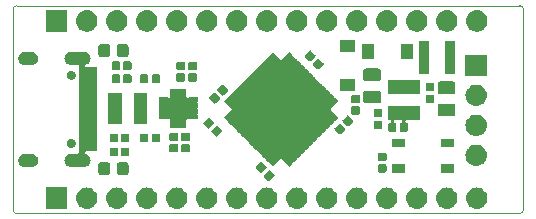
<source format=gts>
G04 #@! TF.GenerationSoftware,KiCad,Pcbnew,5.1.0*
G04 #@! TF.CreationDate,2019-05-06T17:27:13+02:00*
G04 #@! TF.ProjectId,OtterPill,4f747465-7250-4696-9c6c-2e6b69636164,rev?*
G04 #@! TF.SameCoordinates,Original*
G04 #@! TF.FileFunction,Soldermask,Top*
G04 #@! TF.FilePolarity,Negative*
%FSLAX46Y46*%
G04 Gerber Fmt 4.6, Leading zero omitted, Abs format (unit mm)*
G04 Created by KiCad (PCBNEW 5.1.0) date 2019-05-06 17:27:13*
%MOMM*%
%LPD*%
G04 APERTURE LIST*
%ADD10C,0.050000*%
%ADD11C,0.100000*%
G04 APERTURE END LIST*
D10*
X63200000Y-37100000D02*
G75*
G02X62900000Y-37400000I-300000J0D01*
G01*
X62900000Y-19800000D02*
G75*
G02X63200000Y-20100000I0J-300000D01*
G01*
X20000000Y-20100000D02*
G75*
G02X20300000Y-19800000I300000J0D01*
G01*
X20300000Y-37400000D02*
G75*
G02X20000000Y-37100000I0J300000D01*
G01*
X20000000Y-37100000D02*
X20000000Y-20100000D01*
X62900000Y-37400000D02*
X20300000Y-37400000D01*
X63200000Y-20100000D02*
X63200000Y-37100000D01*
X20300000Y-19800000D02*
X62900000Y-19800000D01*
D11*
G36*
X59370443Y-35205519D02*
G01*
X59436627Y-35212037D01*
X59606466Y-35263557D01*
X59762991Y-35347222D01*
X59798729Y-35376552D01*
X59900186Y-35459814D01*
X59983448Y-35561271D01*
X60012778Y-35597009D01*
X60096443Y-35753534D01*
X60147963Y-35923373D01*
X60165359Y-36100000D01*
X60147963Y-36276627D01*
X60096443Y-36446466D01*
X60012778Y-36602991D01*
X59983448Y-36638729D01*
X59900186Y-36740186D01*
X59798729Y-36823448D01*
X59762991Y-36852778D01*
X59606466Y-36936443D01*
X59436627Y-36987963D01*
X59370443Y-36994481D01*
X59304260Y-37001000D01*
X59215740Y-37001000D01*
X59149557Y-36994481D01*
X59083373Y-36987963D01*
X58913534Y-36936443D01*
X58757009Y-36852778D01*
X58721271Y-36823448D01*
X58619814Y-36740186D01*
X58536552Y-36638729D01*
X58507222Y-36602991D01*
X58423557Y-36446466D01*
X58372037Y-36276627D01*
X58354641Y-36100000D01*
X58372037Y-35923373D01*
X58423557Y-35753534D01*
X58507222Y-35597009D01*
X58536552Y-35561271D01*
X58619814Y-35459814D01*
X58721271Y-35376552D01*
X58757009Y-35347222D01*
X58913534Y-35263557D01*
X59083373Y-35212037D01*
X59149557Y-35205519D01*
X59215740Y-35199000D01*
X59304260Y-35199000D01*
X59370443Y-35205519D01*
X59370443Y-35205519D01*
G37*
G36*
X24601000Y-37001000D02*
G01*
X22799000Y-37001000D01*
X22799000Y-35199000D01*
X24601000Y-35199000D01*
X24601000Y-37001000D01*
X24601000Y-37001000D01*
G37*
G36*
X26350443Y-35205519D02*
G01*
X26416627Y-35212037D01*
X26586466Y-35263557D01*
X26742991Y-35347222D01*
X26778729Y-35376552D01*
X26880186Y-35459814D01*
X26963448Y-35561271D01*
X26992778Y-35597009D01*
X27076443Y-35753534D01*
X27127963Y-35923373D01*
X27145359Y-36100000D01*
X27127963Y-36276627D01*
X27076443Y-36446466D01*
X26992778Y-36602991D01*
X26963448Y-36638729D01*
X26880186Y-36740186D01*
X26778729Y-36823448D01*
X26742991Y-36852778D01*
X26586466Y-36936443D01*
X26416627Y-36987963D01*
X26350443Y-36994481D01*
X26284260Y-37001000D01*
X26195740Y-37001000D01*
X26129557Y-36994481D01*
X26063373Y-36987963D01*
X25893534Y-36936443D01*
X25737009Y-36852778D01*
X25701271Y-36823448D01*
X25599814Y-36740186D01*
X25516552Y-36638729D01*
X25487222Y-36602991D01*
X25403557Y-36446466D01*
X25352037Y-36276627D01*
X25334641Y-36100000D01*
X25352037Y-35923373D01*
X25403557Y-35753534D01*
X25487222Y-35597009D01*
X25516552Y-35561271D01*
X25599814Y-35459814D01*
X25701271Y-35376552D01*
X25737009Y-35347222D01*
X25893534Y-35263557D01*
X26063373Y-35212037D01*
X26129557Y-35205519D01*
X26195740Y-35199000D01*
X26284260Y-35199000D01*
X26350443Y-35205519D01*
X26350443Y-35205519D01*
G37*
G36*
X28890443Y-35205519D02*
G01*
X28956627Y-35212037D01*
X29126466Y-35263557D01*
X29282991Y-35347222D01*
X29318729Y-35376552D01*
X29420186Y-35459814D01*
X29503448Y-35561271D01*
X29532778Y-35597009D01*
X29616443Y-35753534D01*
X29667963Y-35923373D01*
X29685359Y-36100000D01*
X29667963Y-36276627D01*
X29616443Y-36446466D01*
X29532778Y-36602991D01*
X29503448Y-36638729D01*
X29420186Y-36740186D01*
X29318729Y-36823448D01*
X29282991Y-36852778D01*
X29126466Y-36936443D01*
X28956627Y-36987963D01*
X28890443Y-36994481D01*
X28824260Y-37001000D01*
X28735740Y-37001000D01*
X28669557Y-36994481D01*
X28603373Y-36987963D01*
X28433534Y-36936443D01*
X28277009Y-36852778D01*
X28241271Y-36823448D01*
X28139814Y-36740186D01*
X28056552Y-36638729D01*
X28027222Y-36602991D01*
X27943557Y-36446466D01*
X27892037Y-36276627D01*
X27874641Y-36100000D01*
X27892037Y-35923373D01*
X27943557Y-35753534D01*
X28027222Y-35597009D01*
X28056552Y-35561271D01*
X28139814Y-35459814D01*
X28241271Y-35376552D01*
X28277009Y-35347222D01*
X28433534Y-35263557D01*
X28603373Y-35212037D01*
X28669557Y-35205519D01*
X28735740Y-35199000D01*
X28824260Y-35199000D01*
X28890443Y-35205519D01*
X28890443Y-35205519D01*
G37*
G36*
X31430443Y-35205519D02*
G01*
X31496627Y-35212037D01*
X31666466Y-35263557D01*
X31822991Y-35347222D01*
X31858729Y-35376552D01*
X31960186Y-35459814D01*
X32043448Y-35561271D01*
X32072778Y-35597009D01*
X32156443Y-35753534D01*
X32207963Y-35923373D01*
X32225359Y-36100000D01*
X32207963Y-36276627D01*
X32156443Y-36446466D01*
X32072778Y-36602991D01*
X32043448Y-36638729D01*
X31960186Y-36740186D01*
X31858729Y-36823448D01*
X31822991Y-36852778D01*
X31666466Y-36936443D01*
X31496627Y-36987963D01*
X31430443Y-36994481D01*
X31364260Y-37001000D01*
X31275740Y-37001000D01*
X31209557Y-36994481D01*
X31143373Y-36987963D01*
X30973534Y-36936443D01*
X30817009Y-36852778D01*
X30781271Y-36823448D01*
X30679814Y-36740186D01*
X30596552Y-36638729D01*
X30567222Y-36602991D01*
X30483557Y-36446466D01*
X30432037Y-36276627D01*
X30414641Y-36100000D01*
X30432037Y-35923373D01*
X30483557Y-35753534D01*
X30567222Y-35597009D01*
X30596552Y-35561271D01*
X30679814Y-35459814D01*
X30781271Y-35376552D01*
X30817009Y-35347222D01*
X30973534Y-35263557D01*
X31143373Y-35212037D01*
X31209557Y-35205519D01*
X31275740Y-35199000D01*
X31364260Y-35199000D01*
X31430443Y-35205519D01*
X31430443Y-35205519D01*
G37*
G36*
X33970443Y-35205519D02*
G01*
X34036627Y-35212037D01*
X34206466Y-35263557D01*
X34362991Y-35347222D01*
X34398729Y-35376552D01*
X34500186Y-35459814D01*
X34583448Y-35561271D01*
X34612778Y-35597009D01*
X34696443Y-35753534D01*
X34747963Y-35923373D01*
X34765359Y-36100000D01*
X34747963Y-36276627D01*
X34696443Y-36446466D01*
X34612778Y-36602991D01*
X34583448Y-36638729D01*
X34500186Y-36740186D01*
X34398729Y-36823448D01*
X34362991Y-36852778D01*
X34206466Y-36936443D01*
X34036627Y-36987963D01*
X33970443Y-36994481D01*
X33904260Y-37001000D01*
X33815740Y-37001000D01*
X33749557Y-36994481D01*
X33683373Y-36987963D01*
X33513534Y-36936443D01*
X33357009Y-36852778D01*
X33321271Y-36823448D01*
X33219814Y-36740186D01*
X33136552Y-36638729D01*
X33107222Y-36602991D01*
X33023557Y-36446466D01*
X32972037Y-36276627D01*
X32954641Y-36100000D01*
X32972037Y-35923373D01*
X33023557Y-35753534D01*
X33107222Y-35597009D01*
X33136552Y-35561271D01*
X33219814Y-35459814D01*
X33321271Y-35376552D01*
X33357009Y-35347222D01*
X33513534Y-35263557D01*
X33683373Y-35212037D01*
X33749557Y-35205519D01*
X33815740Y-35199000D01*
X33904260Y-35199000D01*
X33970443Y-35205519D01*
X33970443Y-35205519D01*
G37*
G36*
X36510443Y-35205519D02*
G01*
X36576627Y-35212037D01*
X36746466Y-35263557D01*
X36902991Y-35347222D01*
X36938729Y-35376552D01*
X37040186Y-35459814D01*
X37123448Y-35561271D01*
X37152778Y-35597009D01*
X37236443Y-35753534D01*
X37287963Y-35923373D01*
X37305359Y-36100000D01*
X37287963Y-36276627D01*
X37236443Y-36446466D01*
X37152778Y-36602991D01*
X37123448Y-36638729D01*
X37040186Y-36740186D01*
X36938729Y-36823448D01*
X36902991Y-36852778D01*
X36746466Y-36936443D01*
X36576627Y-36987963D01*
X36510443Y-36994481D01*
X36444260Y-37001000D01*
X36355740Y-37001000D01*
X36289557Y-36994481D01*
X36223373Y-36987963D01*
X36053534Y-36936443D01*
X35897009Y-36852778D01*
X35861271Y-36823448D01*
X35759814Y-36740186D01*
X35676552Y-36638729D01*
X35647222Y-36602991D01*
X35563557Y-36446466D01*
X35512037Y-36276627D01*
X35494641Y-36100000D01*
X35512037Y-35923373D01*
X35563557Y-35753534D01*
X35647222Y-35597009D01*
X35676552Y-35561271D01*
X35759814Y-35459814D01*
X35861271Y-35376552D01*
X35897009Y-35347222D01*
X36053534Y-35263557D01*
X36223373Y-35212037D01*
X36289557Y-35205519D01*
X36355740Y-35199000D01*
X36444260Y-35199000D01*
X36510443Y-35205519D01*
X36510443Y-35205519D01*
G37*
G36*
X39050443Y-35205519D02*
G01*
X39116627Y-35212037D01*
X39286466Y-35263557D01*
X39442991Y-35347222D01*
X39478729Y-35376552D01*
X39580186Y-35459814D01*
X39663448Y-35561271D01*
X39692778Y-35597009D01*
X39776443Y-35753534D01*
X39827963Y-35923373D01*
X39845359Y-36100000D01*
X39827963Y-36276627D01*
X39776443Y-36446466D01*
X39692778Y-36602991D01*
X39663448Y-36638729D01*
X39580186Y-36740186D01*
X39478729Y-36823448D01*
X39442991Y-36852778D01*
X39286466Y-36936443D01*
X39116627Y-36987963D01*
X39050443Y-36994481D01*
X38984260Y-37001000D01*
X38895740Y-37001000D01*
X38829557Y-36994481D01*
X38763373Y-36987963D01*
X38593534Y-36936443D01*
X38437009Y-36852778D01*
X38401271Y-36823448D01*
X38299814Y-36740186D01*
X38216552Y-36638729D01*
X38187222Y-36602991D01*
X38103557Y-36446466D01*
X38052037Y-36276627D01*
X38034641Y-36100000D01*
X38052037Y-35923373D01*
X38103557Y-35753534D01*
X38187222Y-35597009D01*
X38216552Y-35561271D01*
X38299814Y-35459814D01*
X38401271Y-35376552D01*
X38437009Y-35347222D01*
X38593534Y-35263557D01*
X38763373Y-35212037D01*
X38829557Y-35205519D01*
X38895740Y-35199000D01*
X38984260Y-35199000D01*
X39050443Y-35205519D01*
X39050443Y-35205519D01*
G37*
G36*
X56830443Y-35205519D02*
G01*
X56896627Y-35212037D01*
X57066466Y-35263557D01*
X57222991Y-35347222D01*
X57258729Y-35376552D01*
X57360186Y-35459814D01*
X57443448Y-35561271D01*
X57472778Y-35597009D01*
X57556443Y-35753534D01*
X57607963Y-35923373D01*
X57625359Y-36100000D01*
X57607963Y-36276627D01*
X57556443Y-36446466D01*
X57472778Y-36602991D01*
X57443448Y-36638729D01*
X57360186Y-36740186D01*
X57258729Y-36823448D01*
X57222991Y-36852778D01*
X57066466Y-36936443D01*
X56896627Y-36987963D01*
X56830443Y-36994481D01*
X56764260Y-37001000D01*
X56675740Y-37001000D01*
X56609557Y-36994481D01*
X56543373Y-36987963D01*
X56373534Y-36936443D01*
X56217009Y-36852778D01*
X56181271Y-36823448D01*
X56079814Y-36740186D01*
X55996552Y-36638729D01*
X55967222Y-36602991D01*
X55883557Y-36446466D01*
X55832037Y-36276627D01*
X55814641Y-36100000D01*
X55832037Y-35923373D01*
X55883557Y-35753534D01*
X55967222Y-35597009D01*
X55996552Y-35561271D01*
X56079814Y-35459814D01*
X56181271Y-35376552D01*
X56217009Y-35347222D01*
X56373534Y-35263557D01*
X56543373Y-35212037D01*
X56609557Y-35205519D01*
X56675740Y-35199000D01*
X56764260Y-35199000D01*
X56830443Y-35205519D01*
X56830443Y-35205519D01*
G37*
G36*
X44130443Y-35205519D02*
G01*
X44196627Y-35212037D01*
X44366466Y-35263557D01*
X44522991Y-35347222D01*
X44558729Y-35376552D01*
X44660186Y-35459814D01*
X44743448Y-35561271D01*
X44772778Y-35597009D01*
X44856443Y-35753534D01*
X44907963Y-35923373D01*
X44925359Y-36100000D01*
X44907963Y-36276627D01*
X44856443Y-36446466D01*
X44772778Y-36602991D01*
X44743448Y-36638729D01*
X44660186Y-36740186D01*
X44558729Y-36823448D01*
X44522991Y-36852778D01*
X44366466Y-36936443D01*
X44196627Y-36987963D01*
X44130443Y-36994481D01*
X44064260Y-37001000D01*
X43975740Y-37001000D01*
X43909557Y-36994481D01*
X43843373Y-36987963D01*
X43673534Y-36936443D01*
X43517009Y-36852778D01*
X43481271Y-36823448D01*
X43379814Y-36740186D01*
X43296552Y-36638729D01*
X43267222Y-36602991D01*
X43183557Y-36446466D01*
X43132037Y-36276627D01*
X43114641Y-36100000D01*
X43132037Y-35923373D01*
X43183557Y-35753534D01*
X43267222Y-35597009D01*
X43296552Y-35561271D01*
X43379814Y-35459814D01*
X43481271Y-35376552D01*
X43517009Y-35347222D01*
X43673534Y-35263557D01*
X43843373Y-35212037D01*
X43909557Y-35205519D01*
X43975740Y-35199000D01*
X44064260Y-35199000D01*
X44130443Y-35205519D01*
X44130443Y-35205519D01*
G37*
G36*
X46670443Y-35205519D02*
G01*
X46736627Y-35212037D01*
X46906466Y-35263557D01*
X47062991Y-35347222D01*
X47098729Y-35376552D01*
X47200186Y-35459814D01*
X47283448Y-35561271D01*
X47312778Y-35597009D01*
X47396443Y-35753534D01*
X47447963Y-35923373D01*
X47465359Y-36100000D01*
X47447963Y-36276627D01*
X47396443Y-36446466D01*
X47312778Y-36602991D01*
X47283448Y-36638729D01*
X47200186Y-36740186D01*
X47098729Y-36823448D01*
X47062991Y-36852778D01*
X46906466Y-36936443D01*
X46736627Y-36987963D01*
X46670443Y-36994481D01*
X46604260Y-37001000D01*
X46515740Y-37001000D01*
X46449557Y-36994481D01*
X46383373Y-36987963D01*
X46213534Y-36936443D01*
X46057009Y-36852778D01*
X46021271Y-36823448D01*
X45919814Y-36740186D01*
X45836552Y-36638729D01*
X45807222Y-36602991D01*
X45723557Y-36446466D01*
X45672037Y-36276627D01*
X45654641Y-36100000D01*
X45672037Y-35923373D01*
X45723557Y-35753534D01*
X45807222Y-35597009D01*
X45836552Y-35561271D01*
X45919814Y-35459814D01*
X46021271Y-35376552D01*
X46057009Y-35347222D01*
X46213534Y-35263557D01*
X46383373Y-35212037D01*
X46449557Y-35205519D01*
X46515740Y-35199000D01*
X46604260Y-35199000D01*
X46670443Y-35205519D01*
X46670443Y-35205519D01*
G37*
G36*
X49210443Y-35205519D02*
G01*
X49276627Y-35212037D01*
X49446466Y-35263557D01*
X49602991Y-35347222D01*
X49638729Y-35376552D01*
X49740186Y-35459814D01*
X49823448Y-35561271D01*
X49852778Y-35597009D01*
X49936443Y-35753534D01*
X49987963Y-35923373D01*
X50005359Y-36100000D01*
X49987963Y-36276627D01*
X49936443Y-36446466D01*
X49852778Y-36602991D01*
X49823448Y-36638729D01*
X49740186Y-36740186D01*
X49638729Y-36823448D01*
X49602991Y-36852778D01*
X49446466Y-36936443D01*
X49276627Y-36987963D01*
X49210443Y-36994481D01*
X49144260Y-37001000D01*
X49055740Y-37001000D01*
X48989557Y-36994481D01*
X48923373Y-36987963D01*
X48753534Y-36936443D01*
X48597009Y-36852778D01*
X48561271Y-36823448D01*
X48459814Y-36740186D01*
X48376552Y-36638729D01*
X48347222Y-36602991D01*
X48263557Y-36446466D01*
X48212037Y-36276627D01*
X48194641Y-36100000D01*
X48212037Y-35923373D01*
X48263557Y-35753534D01*
X48347222Y-35597009D01*
X48376552Y-35561271D01*
X48459814Y-35459814D01*
X48561271Y-35376552D01*
X48597009Y-35347222D01*
X48753534Y-35263557D01*
X48923373Y-35212037D01*
X48989557Y-35205519D01*
X49055740Y-35199000D01*
X49144260Y-35199000D01*
X49210443Y-35205519D01*
X49210443Y-35205519D01*
G37*
G36*
X51750443Y-35205519D02*
G01*
X51816627Y-35212037D01*
X51986466Y-35263557D01*
X52142991Y-35347222D01*
X52178729Y-35376552D01*
X52280186Y-35459814D01*
X52363448Y-35561271D01*
X52392778Y-35597009D01*
X52476443Y-35753534D01*
X52527963Y-35923373D01*
X52545359Y-36100000D01*
X52527963Y-36276627D01*
X52476443Y-36446466D01*
X52392778Y-36602991D01*
X52363448Y-36638729D01*
X52280186Y-36740186D01*
X52178729Y-36823448D01*
X52142991Y-36852778D01*
X51986466Y-36936443D01*
X51816627Y-36987963D01*
X51750443Y-36994481D01*
X51684260Y-37001000D01*
X51595740Y-37001000D01*
X51529557Y-36994481D01*
X51463373Y-36987963D01*
X51293534Y-36936443D01*
X51137009Y-36852778D01*
X51101271Y-36823448D01*
X50999814Y-36740186D01*
X50916552Y-36638729D01*
X50887222Y-36602991D01*
X50803557Y-36446466D01*
X50752037Y-36276627D01*
X50734641Y-36100000D01*
X50752037Y-35923373D01*
X50803557Y-35753534D01*
X50887222Y-35597009D01*
X50916552Y-35561271D01*
X50999814Y-35459814D01*
X51101271Y-35376552D01*
X51137009Y-35347222D01*
X51293534Y-35263557D01*
X51463373Y-35212037D01*
X51529557Y-35205519D01*
X51595740Y-35199000D01*
X51684260Y-35199000D01*
X51750443Y-35205519D01*
X51750443Y-35205519D01*
G37*
G36*
X54290443Y-35205519D02*
G01*
X54356627Y-35212037D01*
X54526466Y-35263557D01*
X54682991Y-35347222D01*
X54718729Y-35376552D01*
X54820186Y-35459814D01*
X54903448Y-35561271D01*
X54932778Y-35597009D01*
X55016443Y-35753534D01*
X55067963Y-35923373D01*
X55085359Y-36100000D01*
X55067963Y-36276627D01*
X55016443Y-36446466D01*
X54932778Y-36602991D01*
X54903448Y-36638729D01*
X54820186Y-36740186D01*
X54718729Y-36823448D01*
X54682991Y-36852778D01*
X54526466Y-36936443D01*
X54356627Y-36987963D01*
X54290443Y-36994481D01*
X54224260Y-37001000D01*
X54135740Y-37001000D01*
X54069557Y-36994481D01*
X54003373Y-36987963D01*
X53833534Y-36936443D01*
X53677009Y-36852778D01*
X53641271Y-36823448D01*
X53539814Y-36740186D01*
X53456552Y-36638729D01*
X53427222Y-36602991D01*
X53343557Y-36446466D01*
X53292037Y-36276627D01*
X53274641Y-36100000D01*
X53292037Y-35923373D01*
X53343557Y-35753534D01*
X53427222Y-35597009D01*
X53456552Y-35561271D01*
X53539814Y-35459814D01*
X53641271Y-35376552D01*
X53677009Y-35347222D01*
X53833534Y-35263557D01*
X54003373Y-35212037D01*
X54069557Y-35205519D01*
X54135740Y-35199000D01*
X54224260Y-35199000D01*
X54290443Y-35205519D01*
X54290443Y-35205519D01*
G37*
G36*
X41590443Y-35205519D02*
G01*
X41656627Y-35212037D01*
X41826466Y-35263557D01*
X41982991Y-35347222D01*
X42018729Y-35376552D01*
X42120186Y-35459814D01*
X42203448Y-35561271D01*
X42232778Y-35597009D01*
X42316443Y-35753534D01*
X42367963Y-35923373D01*
X42385359Y-36100000D01*
X42367963Y-36276627D01*
X42316443Y-36446466D01*
X42232778Y-36602991D01*
X42203448Y-36638729D01*
X42120186Y-36740186D01*
X42018729Y-36823448D01*
X41982991Y-36852778D01*
X41826466Y-36936443D01*
X41656627Y-36987963D01*
X41590443Y-36994481D01*
X41524260Y-37001000D01*
X41435740Y-37001000D01*
X41369557Y-36994481D01*
X41303373Y-36987963D01*
X41133534Y-36936443D01*
X40977009Y-36852778D01*
X40941271Y-36823448D01*
X40839814Y-36740186D01*
X40756552Y-36638729D01*
X40727222Y-36602991D01*
X40643557Y-36446466D01*
X40592037Y-36276627D01*
X40574641Y-36100000D01*
X40592037Y-35923373D01*
X40643557Y-35753534D01*
X40727222Y-35597009D01*
X40756552Y-35561271D01*
X40839814Y-35459814D01*
X40941271Y-35376552D01*
X40977009Y-35347222D01*
X41133534Y-35263557D01*
X41303373Y-35212037D01*
X41369557Y-35205519D01*
X41435740Y-35199000D01*
X41524260Y-35199000D01*
X41590443Y-35205519D01*
X41590443Y-35205519D01*
G37*
G36*
X41725010Y-33727385D02*
G01*
X41745629Y-33733640D01*
X41764625Y-33743793D01*
X41786046Y-33761373D01*
X42110415Y-34085742D01*
X42127995Y-34107163D01*
X42138148Y-34126159D01*
X42144403Y-34146778D01*
X42146514Y-34168216D01*
X42144403Y-34189654D01*
X42138148Y-34210273D01*
X42127995Y-34229269D01*
X42110415Y-34250690D01*
X41750690Y-34610415D01*
X41729269Y-34627995D01*
X41710273Y-34638148D01*
X41689654Y-34644403D01*
X41668216Y-34646514D01*
X41646778Y-34644403D01*
X41626159Y-34638148D01*
X41607163Y-34627995D01*
X41585742Y-34610415D01*
X41261373Y-34286046D01*
X41243793Y-34264625D01*
X41233640Y-34245629D01*
X41227385Y-34225010D01*
X41225274Y-34203572D01*
X41227385Y-34182134D01*
X41233640Y-34161515D01*
X41243793Y-34142519D01*
X41261373Y-34121098D01*
X41621098Y-33761373D01*
X41642519Y-33743793D01*
X41661515Y-33733640D01*
X41682134Y-33727385D01*
X41703572Y-33725274D01*
X41725010Y-33727385D01*
X41725010Y-33727385D01*
G37*
G36*
X29629591Y-33078085D02*
G01*
X29663569Y-33088393D01*
X29694890Y-33105134D01*
X29722339Y-33127661D01*
X29744866Y-33155110D01*
X29761607Y-33186431D01*
X29771915Y-33220409D01*
X29776000Y-33261890D01*
X29776000Y-33938110D01*
X29771915Y-33979591D01*
X29761607Y-34013569D01*
X29744866Y-34044890D01*
X29722339Y-34072339D01*
X29694890Y-34094866D01*
X29663569Y-34111607D01*
X29629591Y-34121915D01*
X29588110Y-34126000D01*
X28986890Y-34126000D01*
X28945409Y-34121915D01*
X28911431Y-34111607D01*
X28880110Y-34094866D01*
X28852661Y-34072339D01*
X28830134Y-34044890D01*
X28813393Y-34013569D01*
X28803085Y-33979591D01*
X28799000Y-33938110D01*
X28799000Y-33261890D01*
X28803085Y-33220409D01*
X28813393Y-33186431D01*
X28830134Y-33155110D01*
X28852661Y-33127661D01*
X28880110Y-33105134D01*
X28911431Y-33088393D01*
X28945409Y-33078085D01*
X28986890Y-33074000D01*
X29588110Y-33074000D01*
X29629591Y-33078085D01*
X29629591Y-33078085D01*
G37*
G36*
X28054591Y-33078085D02*
G01*
X28088569Y-33088393D01*
X28119890Y-33105134D01*
X28147339Y-33127661D01*
X28169866Y-33155110D01*
X28186607Y-33186431D01*
X28196915Y-33220409D01*
X28201000Y-33261890D01*
X28201000Y-33938110D01*
X28196915Y-33979591D01*
X28186607Y-34013569D01*
X28169866Y-34044890D01*
X28147339Y-34072339D01*
X28119890Y-34094866D01*
X28088569Y-34111607D01*
X28054591Y-34121915D01*
X28013110Y-34126000D01*
X27411890Y-34126000D01*
X27370409Y-34121915D01*
X27336431Y-34111607D01*
X27305110Y-34094866D01*
X27277661Y-34072339D01*
X27255134Y-34044890D01*
X27238393Y-34013569D01*
X27228085Y-33979591D01*
X27224000Y-33938110D01*
X27224000Y-33261890D01*
X27228085Y-33220409D01*
X27238393Y-33186431D01*
X27255134Y-33155110D01*
X27277661Y-33127661D01*
X27305110Y-33105134D01*
X27336431Y-33088393D01*
X27370409Y-33078085D01*
X27411890Y-33074000D01*
X28013110Y-33074000D01*
X28054591Y-33078085D01*
X28054591Y-33078085D01*
G37*
G36*
X53201000Y-33963000D02*
G01*
X52049000Y-33963000D01*
X52049000Y-33211000D01*
X53201000Y-33211000D01*
X53201000Y-33963000D01*
X53201000Y-33963000D01*
G37*
G36*
X57351000Y-33963000D02*
G01*
X56199000Y-33963000D01*
X56199000Y-33211000D01*
X57351000Y-33211000D01*
X57351000Y-33963000D01*
X57351000Y-33963000D01*
G37*
G36*
X41039116Y-33041491D02*
G01*
X41059735Y-33047746D01*
X41078731Y-33057899D01*
X41100152Y-33075479D01*
X41424521Y-33399848D01*
X41442101Y-33421269D01*
X41452254Y-33440265D01*
X41458509Y-33460884D01*
X41460620Y-33482322D01*
X41458509Y-33503760D01*
X41452254Y-33524379D01*
X41442101Y-33543375D01*
X41424521Y-33564796D01*
X41064796Y-33924521D01*
X41043375Y-33942101D01*
X41024379Y-33952254D01*
X41003760Y-33958509D01*
X40982322Y-33960620D01*
X40960884Y-33958509D01*
X40940265Y-33952254D01*
X40921269Y-33942101D01*
X40899848Y-33924521D01*
X40575479Y-33600152D01*
X40557899Y-33578731D01*
X40547746Y-33559735D01*
X40541491Y-33539116D01*
X40539380Y-33517678D01*
X40541491Y-33496240D01*
X40547746Y-33475621D01*
X40557899Y-33456625D01*
X40575479Y-33435204D01*
X40935204Y-33075479D01*
X40956625Y-33057899D01*
X40975621Y-33047746D01*
X40996240Y-33041491D01*
X41017678Y-33039380D01*
X41039116Y-33041491D01*
X41039116Y-33041491D01*
G37*
G36*
X51527938Y-33241716D02*
G01*
X51548557Y-33247971D01*
X51567553Y-33258124D01*
X51584208Y-33271792D01*
X51597876Y-33288447D01*
X51608029Y-33307443D01*
X51614284Y-33328062D01*
X51617000Y-33355640D01*
X51617000Y-33814360D01*
X51614284Y-33841938D01*
X51608029Y-33862557D01*
X51597876Y-33881553D01*
X51584208Y-33898208D01*
X51567553Y-33911876D01*
X51548557Y-33922029D01*
X51527938Y-33928284D01*
X51500360Y-33931000D01*
X50991640Y-33931000D01*
X50964062Y-33928284D01*
X50943443Y-33922029D01*
X50924447Y-33911876D01*
X50907792Y-33898208D01*
X50894124Y-33881553D01*
X50883971Y-33862557D01*
X50877716Y-33841938D01*
X50875000Y-33814360D01*
X50875000Y-33355640D01*
X50877716Y-33328062D01*
X50883971Y-33307443D01*
X50894124Y-33288447D01*
X50907792Y-33271792D01*
X50924447Y-33258124D01*
X50943443Y-33247971D01*
X50964062Y-33241716D01*
X50991640Y-33239000D01*
X51500360Y-33239000D01*
X51527938Y-33241716D01*
X51527938Y-33241716D01*
G37*
G36*
X26113014Y-23706973D02*
G01*
X26216878Y-23738479D01*
X26240303Y-23751000D01*
X26312599Y-23789643D01*
X26396500Y-23858499D01*
X26465356Y-23942400D01*
X26494710Y-23997318D01*
X26516520Y-24038121D01*
X26548026Y-24141985D01*
X26558665Y-24250000D01*
X26548026Y-24358015D01*
X26516520Y-24461879D01*
X26504382Y-24484587D01*
X26465356Y-24557600D01*
X26396500Y-24641501D01*
X26312599Y-24710357D01*
X26244592Y-24746707D01*
X26216878Y-24761521D01*
X26174461Y-24774388D01*
X26151831Y-24783762D01*
X26131457Y-24797375D01*
X26114130Y-24814702D01*
X26100516Y-24835077D01*
X26091138Y-24857716D01*
X26086358Y-24881749D01*
X26086358Y-24906253D01*
X26091138Y-24930286D01*
X26100516Y-24952925D01*
X26114129Y-24973299D01*
X26131456Y-24990626D01*
X26151831Y-25004240D01*
X26174470Y-25013618D01*
X26198503Y-25018398D01*
X26210755Y-25019000D01*
X27145999Y-25019000D01*
X27145999Y-32121000D01*
X26210755Y-32121000D01*
X26186369Y-32123402D01*
X26162920Y-32130515D01*
X26141309Y-32142066D01*
X26122367Y-32157611D01*
X26106822Y-32176553D01*
X26095271Y-32198164D01*
X26088158Y-32221613D01*
X26085756Y-32245999D01*
X26088158Y-32270385D01*
X26095271Y-32293834D01*
X26106822Y-32315445D01*
X26122367Y-32334387D01*
X26141309Y-32349932D01*
X26162920Y-32361483D01*
X26174452Y-32365609D01*
X26216878Y-32378479D01*
X26230275Y-32385640D01*
X26312599Y-32429643D01*
X26396500Y-32498499D01*
X26465356Y-32582400D01*
X26499685Y-32646625D01*
X26516520Y-32678121D01*
X26548026Y-32781985D01*
X26558665Y-32890000D01*
X26548026Y-32998015D01*
X26516520Y-33101879D01*
X26509103Y-33115755D01*
X26465356Y-33197600D01*
X26396500Y-33281501D01*
X26312599Y-33350357D01*
X26273978Y-33371000D01*
X26216878Y-33401521D01*
X26113014Y-33433027D01*
X26032066Y-33441000D01*
X24877932Y-33441000D01*
X24796984Y-33433027D01*
X24693120Y-33401521D01*
X24636020Y-33371000D01*
X24597399Y-33350357D01*
X24513498Y-33281501D01*
X24444642Y-33197600D01*
X24400895Y-33115755D01*
X24393478Y-33101879D01*
X24361972Y-32998015D01*
X24351333Y-32890000D01*
X24361972Y-32781985D01*
X24393478Y-32678121D01*
X24410313Y-32646625D01*
X24444642Y-32582400D01*
X24513498Y-32498499D01*
X24597399Y-32429643D01*
X24679723Y-32385640D01*
X24693120Y-32378479D01*
X24796984Y-32346973D01*
X24877932Y-32339000D01*
X25469000Y-32339000D01*
X25493386Y-32336598D01*
X25516835Y-32329485D01*
X25538446Y-32317934D01*
X25557388Y-32302389D01*
X25572933Y-32283447D01*
X25584484Y-32261836D01*
X25591597Y-32238387D01*
X25593999Y-32214001D01*
X25593999Y-24925999D01*
X25591597Y-24901613D01*
X25584484Y-24878164D01*
X25572933Y-24856553D01*
X25557388Y-24837611D01*
X25538446Y-24822066D01*
X25516835Y-24810515D01*
X25493386Y-24803402D01*
X25469000Y-24801000D01*
X24877932Y-24801000D01*
X24796984Y-24793027D01*
X24693120Y-24761521D01*
X24665406Y-24746707D01*
X24597399Y-24710357D01*
X24513498Y-24641501D01*
X24444642Y-24557600D01*
X24405616Y-24484587D01*
X24393478Y-24461879D01*
X24361972Y-24358015D01*
X24351333Y-24250000D01*
X24361972Y-24141985D01*
X24393478Y-24038121D01*
X24415288Y-23997318D01*
X24444642Y-23942400D01*
X24513498Y-23858499D01*
X24597399Y-23789643D01*
X24669695Y-23751000D01*
X24693120Y-23738479D01*
X24796984Y-23706973D01*
X24877932Y-23699000D01*
X26032066Y-23699000D01*
X26113014Y-23706973D01*
X26113014Y-23706973D01*
G37*
G36*
X21683014Y-32346973D02*
G01*
X21786878Y-32378479D01*
X21800275Y-32385640D01*
X21882599Y-32429643D01*
X21966500Y-32498499D01*
X22035356Y-32582400D01*
X22069685Y-32646625D01*
X22086520Y-32678121D01*
X22118026Y-32781985D01*
X22128665Y-32890000D01*
X22118026Y-32998015D01*
X22086520Y-33101879D01*
X22079103Y-33115755D01*
X22035356Y-33197600D01*
X21966500Y-33281501D01*
X21882599Y-33350357D01*
X21843978Y-33371000D01*
X21786878Y-33401521D01*
X21683014Y-33433027D01*
X21602066Y-33441000D01*
X20947932Y-33441000D01*
X20866984Y-33433027D01*
X20763120Y-33401521D01*
X20706020Y-33371000D01*
X20667399Y-33350357D01*
X20583498Y-33281501D01*
X20514642Y-33197600D01*
X20470895Y-33115755D01*
X20463478Y-33101879D01*
X20431972Y-32998015D01*
X20421333Y-32890000D01*
X20431972Y-32781985D01*
X20463478Y-32678121D01*
X20480313Y-32646625D01*
X20514642Y-32582400D01*
X20583498Y-32498499D01*
X20667399Y-32429643D01*
X20749723Y-32385640D01*
X20763120Y-32378479D01*
X20866984Y-32346973D01*
X20947932Y-32339000D01*
X21602066Y-32339000D01*
X21683014Y-32346973D01*
X21683014Y-32346973D01*
G37*
G36*
X43411962Y-23756499D02*
G01*
X43416636Y-23757917D01*
X43420938Y-23760216D01*
X43429477Y-23767224D01*
X43633638Y-23971385D01*
X43640646Y-23979924D01*
X43642945Y-23984226D01*
X43644363Y-23988900D01*
X43645171Y-23997102D01*
X43649952Y-24021136D01*
X43659330Y-24043774D01*
X43672945Y-24064148D01*
X43690272Y-24081475D01*
X43710647Y-24095088D01*
X43733286Y-24104465D01*
X43757313Y-24109244D01*
X43765515Y-24110052D01*
X43770189Y-24111470D01*
X43774491Y-24113769D01*
X43783030Y-24120777D01*
X43987191Y-24324938D01*
X43994199Y-24333477D01*
X43996498Y-24337779D01*
X43997916Y-24342453D01*
X43998724Y-24350656D01*
X44003505Y-24374689D01*
X44012883Y-24397328D01*
X44026497Y-24417702D01*
X44043825Y-24435028D01*
X44064199Y-24448642D01*
X44086838Y-24458018D01*
X44110866Y-24462798D01*
X44119069Y-24463606D01*
X44123743Y-24465024D01*
X44128045Y-24467323D01*
X44136584Y-24474331D01*
X44340745Y-24678492D01*
X44347753Y-24687031D01*
X44350052Y-24691333D01*
X44351470Y-24696007D01*
X44352278Y-24704209D01*
X44357059Y-24728243D01*
X44366437Y-24750881D01*
X44380052Y-24771255D01*
X44397379Y-24788582D01*
X44417754Y-24802195D01*
X44440393Y-24811572D01*
X44464420Y-24816351D01*
X44472622Y-24817159D01*
X44477296Y-24818577D01*
X44481598Y-24820876D01*
X44490137Y-24827884D01*
X44694298Y-25032045D01*
X44701306Y-25040584D01*
X44703605Y-25044886D01*
X44705023Y-25049560D01*
X44705831Y-25057762D01*
X44710612Y-25081796D01*
X44719990Y-25104434D01*
X44733605Y-25124808D01*
X44750932Y-25142135D01*
X44771307Y-25155748D01*
X44793946Y-25165125D01*
X44817973Y-25169904D01*
X44826175Y-25170712D01*
X44830849Y-25172130D01*
X44835151Y-25174429D01*
X44843690Y-25181437D01*
X45047851Y-25385598D01*
X45054859Y-25394137D01*
X45057158Y-25398439D01*
X45058576Y-25403113D01*
X45059384Y-25411316D01*
X45064165Y-25435349D01*
X45073543Y-25457988D01*
X45087157Y-25478362D01*
X45104485Y-25495688D01*
X45124859Y-25509302D01*
X45147498Y-25518678D01*
X45171526Y-25523458D01*
X45179729Y-25524266D01*
X45184403Y-25525684D01*
X45188705Y-25527983D01*
X45197244Y-25534991D01*
X45401405Y-25739152D01*
X45408413Y-25747691D01*
X45410712Y-25751993D01*
X45412130Y-25756667D01*
X45412938Y-25764869D01*
X45417719Y-25788903D01*
X45427097Y-25811541D01*
X45440712Y-25831915D01*
X45458039Y-25849242D01*
X45478414Y-25862855D01*
X45501053Y-25872232D01*
X45525080Y-25877011D01*
X45533282Y-25877819D01*
X45537956Y-25879237D01*
X45542258Y-25881536D01*
X45550797Y-25888544D01*
X45754958Y-26092705D01*
X45761966Y-26101244D01*
X45764265Y-26105546D01*
X45765683Y-26110220D01*
X45766491Y-26118423D01*
X45771272Y-26142456D01*
X45780650Y-26165095D01*
X45794264Y-26185469D01*
X45811592Y-26202795D01*
X45831966Y-26216409D01*
X45854605Y-26225785D01*
X45878633Y-26230565D01*
X45886836Y-26231373D01*
X45891510Y-26232791D01*
X45895812Y-26235090D01*
X45904351Y-26242098D01*
X46108512Y-26446259D01*
X46115520Y-26454798D01*
X46117819Y-26459100D01*
X46119237Y-26463774D01*
X46120045Y-26471976D01*
X46124826Y-26496010D01*
X46134204Y-26518648D01*
X46147819Y-26539022D01*
X46165146Y-26556349D01*
X46185521Y-26569962D01*
X46208160Y-26579339D01*
X46232187Y-26584118D01*
X46240389Y-26584926D01*
X46245063Y-26586344D01*
X46249365Y-26588643D01*
X46257904Y-26595651D01*
X46462065Y-26799812D01*
X46469073Y-26808351D01*
X46471372Y-26812653D01*
X46472790Y-26817327D01*
X46473598Y-26825529D01*
X46478379Y-26849563D01*
X46487757Y-26872201D01*
X46501372Y-26892575D01*
X46518699Y-26909902D01*
X46539074Y-26923515D01*
X46561713Y-26932892D01*
X46585740Y-26937671D01*
X46593942Y-26938479D01*
X46598616Y-26939897D01*
X46602918Y-26942196D01*
X46611457Y-26949204D01*
X46815618Y-27153365D01*
X46822626Y-27161904D01*
X46824925Y-27166206D01*
X46826343Y-27170880D01*
X46827151Y-27179083D01*
X46831932Y-27203116D01*
X46841310Y-27225755D01*
X46854924Y-27246129D01*
X46872252Y-27263455D01*
X46892626Y-27277069D01*
X46915265Y-27286445D01*
X46939293Y-27291225D01*
X46947496Y-27292033D01*
X46952170Y-27293451D01*
X46956472Y-27295750D01*
X46965011Y-27302758D01*
X47169172Y-27506919D01*
X47176180Y-27515458D01*
X47178479Y-27519760D01*
X47179897Y-27524434D01*
X47180705Y-27532636D01*
X47185486Y-27556670D01*
X47194864Y-27579308D01*
X47208479Y-27599682D01*
X47225806Y-27617009D01*
X47246181Y-27630622D01*
X47268820Y-27639999D01*
X47292847Y-27644778D01*
X47301049Y-27645586D01*
X47305723Y-27647004D01*
X47310025Y-27649303D01*
X47318564Y-27656311D01*
X47522725Y-27860472D01*
X47529733Y-27869011D01*
X47532032Y-27873313D01*
X47533450Y-27877987D01*
X47533928Y-27882842D01*
X47533450Y-27887697D01*
X47532032Y-27892371D01*
X47529733Y-27896673D01*
X47522725Y-27905212D01*
X46926376Y-28501561D01*
X46910831Y-28520503D01*
X46899280Y-28542114D01*
X46892167Y-28565563D01*
X46889765Y-28589949D01*
X46892167Y-28614335D01*
X46899280Y-28637784D01*
X46910831Y-28659395D01*
X46926376Y-28678337D01*
X47522725Y-29274686D01*
X47529733Y-29283225D01*
X47532032Y-29287527D01*
X47533450Y-29292201D01*
X47533928Y-29297056D01*
X47533450Y-29301911D01*
X47532032Y-29306585D01*
X47529733Y-29310887D01*
X47522725Y-29319426D01*
X47318564Y-29523587D01*
X47310025Y-29530595D01*
X47305723Y-29532894D01*
X47301049Y-29534312D01*
X47292847Y-29535120D01*
X47268813Y-29539901D01*
X47246175Y-29549279D01*
X47225801Y-29562894D01*
X47208474Y-29580221D01*
X47194861Y-29600596D01*
X47185484Y-29623235D01*
X47180705Y-29647262D01*
X47179897Y-29655464D01*
X47178479Y-29660138D01*
X47176180Y-29664440D01*
X47169174Y-29672977D01*
X46965011Y-29877140D01*
X46956472Y-29884148D01*
X46952170Y-29886447D01*
X46947496Y-29887865D01*
X46939293Y-29888673D01*
X46915260Y-29893454D01*
X46892621Y-29902832D01*
X46872247Y-29916446D01*
X46854921Y-29933774D01*
X46841307Y-29954148D01*
X46831931Y-29976787D01*
X46827151Y-30000815D01*
X46826343Y-30009018D01*
X46824925Y-30013692D01*
X46822626Y-30017994D01*
X46815618Y-30026533D01*
X46611457Y-30230694D01*
X46602918Y-30237702D01*
X46598616Y-30240001D01*
X46593942Y-30241419D01*
X46585740Y-30242227D01*
X46561706Y-30247008D01*
X46539068Y-30256386D01*
X46518694Y-30270001D01*
X46501367Y-30287328D01*
X46487754Y-30307703D01*
X46478377Y-30330342D01*
X46473598Y-30354369D01*
X46472790Y-30362571D01*
X46471372Y-30367245D01*
X46469073Y-30371547D01*
X46462065Y-30380086D01*
X46257904Y-30584247D01*
X46249365Y-30591255D01*
X46245063Y-30593554D01*
X46240389Y-30594972D01*
X46232187Y-30595780D01*
X46208153Y-30600561D01*
X46185515Y-30609939D01*
X46165141Y-30623554D01*
X46147814Y-30640881D01*
X46134201Y-30661256D01*
X46124824Y-30683895D01*
X46120045Y-30707922D01*
X46119237Y-30716124D01*
X46117819Y-30720798D01*
X46115520Y-30725100D01*
X46108512Y-30733639D01*
X45904351Y-30937800D01*
X45895812Y-30944808D01*
X45891510Y-30947107D01*
X45886836Y-30948525D01*
X45878633Y-30949333D01*
X45854600Y-30954114D01*
X45831961Y-30963492D01*
X45811587Y-30977106D01*
X45794261Y-30994434D01*
X45780647Y-31014808D01*
X45771271Y-31037447D01*
X45766491Y-31061475D01*
X45765683Y-31069678D01*
X45764265Y-31074352D01*
X45761966Y-31078654D01*
X45754958Y-31087193D01*
X45550797Y-31291354D01*
X45542258Y-31298362D01*
X45537956Y-31300661D01*
X45533282Y-31302079D01*
X45525080Y-31302887D01*
X45501046Y-31307668D01*
X45478408Y-31317046D01*
X45458034Y-31330661D01*
X45440707Y-31347988D01*
X45427094Y-31368363D01*
X45417717Y-31391002D01*
X45412938Y-31415029D01*
X45412130Y-31423231D01*
X45410712Y-31427905D01*
X45408413Y-31432207D01*
X45401405Y-31440746D01*
X45197244Y-31644907D01*
X45188705Y-31651915D01*
X45184403Y-31654214D01*
X45179729Y-31655632D01*
X45171526Y-31656440D01*
X45147493Y-31661221D01*
X45124854Y-31670599D01*
X45104480Y-31684213D01*
X45087154Y-31701541D01*
X45073540Y-31721915D01*
X45064164Y-31744554D01*
X45059384Y-31768582D01*
X45058576Y-31776785D01*
X45057158Y-31781459D01*
X45054859Y-31785761D01*
X45047851Y-31794300D01*
X44843690Y-31998461D01*
X44835151Y-32005469D01*
X44830849Y-32007768D01*
X44826175Y-32009186D01*
X44817973Y-32009994D01*
X44793939Y-32014775D01*
X44771301Y-32024153D01*
X44750927Y-32037768D01*
X44733600Y-32055095D01*
X44719987Y-32075470D01*
X44710610Y-32098109D01*
X44705831Y-32122136D01*
X44705023Y-32130338D01*
X44703605Y-32135012D01*
X44701306Y-32139314D01*
X44694298Y-32147853D01*
X44490137Y-32352014D01*
X44481598Y-32359022D01*
X44477296Y-32361321D01*
X44472622Y-32362739D01*
X44464420Y-32363547D01*
X44440386Y-32368328D01*
X44417748Y-32377706D01*
X44397374Y-32391321D01*
X44380047Y-32408648D01*
X44366434Y-32429023D01*
X44357057Y-32451662D01*
X44352278Y-32475689D01*
X44351470Y-32483891D01*
X44350052Y-32488565D01*
X44347753Y-32492867D01*
X44340745Y-32501406D01*
X44136584Y-32705567D01*
X44128045Y-32712575D01*
X44123743Y-32714874D01*
X44119069Y-32716292D01*
X44110866Y-32717100D01*
X44086833Y-32721881D01*
X44064194Y-32731259D01*
X44043820Y-32744873D01*
X44026494Y-32762201D01*
X44012880Y-32782575D01*
X44003504Y-32805214D01*
X43998724Y-32829242D01*
X43997916Y-32837445D01*
X43996498Y-32842119D01*
X43994199Y-32846421D01*
X43987191Y-32854960D01*
X43783030Y-33059121D01*
X43774491Y-33066129D01*
X43770189Y-33068428D01*
X43765515Y-33069846D01*
X43757313Y-33070654D01*
X43733279Y-33075435D01*
X43710641Y-33084813D01*
X43690267Y-33098428D01*
X43672940Y-33115755D01*
X43659327Y-33136130D01*
X43649950Y-33158769D01*
X43645171Y-33182796D01*
X43644363Y-33190998D01*
X43642945Y-33195672D01*
X43640646Y-33199974D01*
X43633638Y-33208513D01*
X43429477Y-33412674D01*
X43420938Y-33419682D01*
X43416636Y-33421981D01*
X43411962Y-33423399D01*
X43407107Y-33423877D01*
X43402252Y-33423399D01*
X43397578Y-33421981D01*
X43393276Y-33419682D01*
X43384737Y-33412674D01*
X42788388Y-32816325D01*
X42769446Y-32800780D01*
X42747835Y-32789229D01*
X42724386Y-32782116D01*
X42700000Y-32779714D01*
X42675614Y-32782116D01*
X42652165Y-32789229D01*
X42630554Y-32800780D01*
X42611612Y-32816325D01*
X42015263Y-33412674D01*
X42006724Y-33419682D01*
X42002422Y-33421981D01*
X41997748Y-33423399D01*
X41992893Y-33423877D01*
X41988038Y-33423399D01*
X41983364Y-33421981D01*
X41979062Y-33419682D01*
X41970523Y-33412674D01*
X41766362Y-33208513D01*
X41759354Y-33199974D01*
X41757055Y-33195672D01*
X41755637Y-33190998D01*
X41754829Y-33182796D01*
X41750048Y-33158762D01*
X41740670Y-33136124D01*
X41727055Y-33115750D01*
X41709728Y-33098423D01*
X41689353Y-33084810D01*
X41666714Y-33075433D01*
X41642687Y-33070654D01*
X41634485Y-33069846D01*
X41629811Y-33068428D01*
X41625509Y-33066129D01*
X41616970Y-33059121D01*
X41412809Y-32854960D01*
X41405801Y-32846421D01*
X41403502Y-32842119D01*
X41402084Y-32837445D01*
X41401276Y-32829242D01*
X41396495Y-32805209D01*
X41387117Y-32782570D01*
X41373503Y-32762196D01*
X41356175Y-32744870D01*
X41335801Y-32731256D01*
X41313162Y-32721880D01*
X41289134Y-32717100D01*
X41280931Y-32716292D01*
X41276257Y-32714874D01*
X41271955Y-32712575D01*
X41263416Y-32705567D01*
X41059255Y-32501406D01*
X41052247Y-32492867D01*
X41049948Y-32488565D01*
X41048530Y-32483891D01*
X41047722Y-32475689D01*
X41042941Y-32451655D01*
X41033563Y-32429017D01*
X41019948Y-32408643D01*
X41002621Y-32391316D01*
X40982246Y-32377703D01*
X40959607Y-32368326D01*
X40935580Y-32363547D01*
X40927378Y-32362739D01*
X40922704Y-32361321D01*
X40918402Y-32359022D01*
X40909863Y-32352014D01*
X40705702Y-32147853D01*
X40698694Y-32139314D01*
X40696395Y-32135012D01*
X40694977Y-32130338D01*
X40694169Y-32122136D01*
X40689388Y-32098102D01*
X40680010Y-32075464D01*
X40666395Y-32055090D01*
X40649068Y-32037763D01*
X40628693Y-32024150D01*
X40606054Y-32014773D01*
X40582027Y-32009994D01*
X40573825Y-32009186D01*
X40569151Y-32007768D01*
X40564849Y-32005469D01*
X40556310Y-31998461D01*
X40352149Y-31794300D01*
X40345141Y-31785761D01*
X40342842Y-31781459D01*
X40341424Y-31776785D01*
X40340616Y-31768582D01*
X40335835Y-31744549D01*
X40326457Y-31721910D01*
X40312843Y-31701536D01*
X40295515Y-31684210D01*
X40275141Y-31670596D01*
X40252502Y-31661220D01*
X40228474Y-31656440D01*
X40220271Y-31655632D01*
X40215597Y-31654214D01*
X40211295Y-31651915D01*
X40202756Y-31644907D01*
X39998595Y-31440746D01*
X39991587Y-31432207D01*
X39989288Y-31427905D01*
X39987870Y-31423231D01*
X39987062Y-31415029D01*
X39982281Y-31390995D01*
X39972903Y-31368357D01*
X39959288Y-31347983D01*
X39941961Y-31330656D01*
X39921586Y-31317043D01*
X39898947Y-31307666D01*
X39874920Y-31302887D01*
X39866718Y-31302079D01*
X39862044Y-31300661D01*
X39857742Y-31298362D01*
X39849203Y-31291354D01*
X39645042Y-31087193D01*
X39638034Y-31078654D01*
X39635735Y-31074352D01*
X39634317Y-31069678D01*
X39633509Y-31061475D01*
X39628728Y-31037442D01*
X39619350Y-31014803D01*
X39605736Y-30994429D01*
X39588408Y-30977103D01*
X39568034Y-30963489D01*
X39545395Y-30954113D01*
X39521367Y-30949333D01*
X39513164Y-30948525D01*
X39508490Y-30947107D01*
X39504188Y-30944808D01*
X39495649Y-30937800D01*
X39291488Y-30733639D01*
X39284480Y-30725100D01*
X39282181Y-30720798D01*
X39280763Y-30716124D01*
X39279955Y-30707922D01*
X39275174Y-30683888D01*
X39265796Y-30661250D01*
X39252181Y-30640876D01*
X39234854Y-30623549D01*
X39214479Y-30609936D01*
X39191840Y-30600559D01*
X39167813Y-30595780D01*
X39159611Y-30594972D01*
X39154937Y-30593554D01*
X39150635Y-30591255D01*
X39142096Y-30584247D01*
X38937935Y-30380086D01*
X38930927Y-30371547D01*
X38928628Y-30367245D01*
X38927210Y-30362571D01*
X38926402Y-30354369D01*
X38921621Y-30330335D01*
X38912243Y-30307697D01*
X38898628Y-30287323D01*
X38881301Y-30269996D01*
X38860926Y-30256383D01*
X38838287Y-30247006D01*
X38814260Y-30242227D01*
X38806058Y-30241419D01*
X38801384Y-30240001D01*
X38797082Y-30237702D01*
X38788543Y-30230694D01*
X38584382Y-30026533D01*
X38577374Y-30017994D01*
X38575075Y-30013692D01*
X38573657Y-30009018D01*
X38572849Y-30000815D01*
X38568068Y-29976782D01*
X38558690Y-29954143D01*
X38545076Y-29933769D01*
X38527748Y-29916443D01*
X38507374Y-29902829D01*
X38484735Y-29893453D01*
X38460707Y-29888673D01*
X38452504Y-29887865D01*
X38447830Y-29886447D01*
X38443528Y-29884148D01*
X38434989Y-29877140D01*
X38230826Y-29672977D01*
X38223820Y-29664440D01*
X38221521Y-29660138D01*
X38220103Y-29655464D01*
X38219295Y-29647262D01*
X38214514Y-29623228D01*
X38205136Y-29600590D01*
X38191521Y-29580216D01*
X38174194Y-29562889D01*
X38153819Y-29549276D01*
X38131180Y-29539899D01*
X38107153Y-29535120D01*
X38098951Y-29534312D01*
X38094277Y-29532894D01*
X38089975Y-29530595D01*
X38081436Y-29523587D01*
X37877275Y-29319426D01*
X37870267Y-29310887D01*
X37867968Y-29306585D01*
X37866550Y-29301911D01*
X37866072Y-29297056D01*
X37866550Y-29292201D01*
X37867968Y-29287527D01*
X37870267Y-29283225D01*
X37877275Y-29274686D01*
X38473624Y-28678337D01*
X38489169Y-28659395D01*
X38500720Y-28637784D01*
X38507833Y-28614335D01*
X38510235Y-28589949D01*
X38507833Y-28565563D01*
X38500720Y-28542114D01*
X38489169Y-28520503D01*
X38473624Y-28501561D01*
X37877275Y-27905212D01*
X37870267Y-27896673D01*
X37867968Y-27892371D01*
X37866550Y-27887697D01*
X37866072Y-27882842D01*
X37866550Y-27877987D01*
X37867968Y-27873313D01*
X37870267Y-27869011D01*
X37877275Y-27860472D01*
X38081436Y-27656311D01*
X38089975Y-27649303D01*
X38094277Y-27647004D01*
X38098951Y-27645586D01*
X38107153Y-27644778D01*
X38131187Y-27639997D01*
X38153825Y-27630619D01*
X38174199Y-27617004D01*
X38191526Y-27599677D01*
X38205139Y-27579302D01*
X38214516Y-27556663D01*
X38219295Y-27532636D01*
X38220103Y-27524434D01*
X38221521Y-27519760D01*
X38223820Y-27515458D01*
X38230828Y-27506919D01*
X38434989Y-27302758D01*
X38443528Y-27295750D01*
X38447830Y-27293451D01*
X38452504Y-27292033D01*
X38460707Y-27291225D01*
X38484740Y-27286444D01*
X38507379Y-27277066D01*
X38527753Y-27263452D01*
X38545079Y-27246124D01*
X38558693Y-27225750D01*
X38568069Y-27203111D01*
X38572849Y-27179083D01*
X38573657Y-27170880D01*
X38575075Y-27166206D01*
X38577374Y-27161904D01*
X38584382Y-27153365D01*
X38788543Y-26949204D01*
X38797082Y-26942196D01*
X38801384Y-26939897D01*
X38806058Y-26938479D01*
X38814260Y-26937671D01*
X38838294Y-26932890D01*
X38860932Y-26923512D01*
X38881306Y-26909897D01*
X38898633Y-26892570D01*
X38912246Y-26872195D01*
X38921623Y-26849556D01*
X38926402Y-26825529D01*
X38927210Y-26817327D01*
X38928628Y-26812653D01*
X38930927Y-26808351D01*
X38937935Y-26799812D01*
X39142096Y-26595651D01*
X39150635Y-26588643D01*
X39154937Y-26586344D01*
X39159611Y-26584926D01*
X39167813Y-26584118D01*
X39191847Y-26579337D01*
X39214485Y-26569959D01*
X39234859Y-26556344D01*
X39252186Y-26539017D01*
X39265799Y-26518642D01*
X39275176Y-26496003D01*
X39279955Y-26471976D01*
X39280763Y-26463774D01*
X39282181Y-26459100D01*
X39284480Y-26454798D01*
X39291488Y-26446259D01*
X39495649Y-26242098D01*
X39504188Y-26235090D01*
X39508490Y-26232791D01*
X39513164Y-26231373D01*
X39521367Y-26230565D01*
X39545400Y-26225784D01*
X39568039Y-26216406D01*
X39588413Y-26202792D01*
X39605739Y-26185464D01*
X39619353Y-26165090D01*
X39628729Y-26142451D01*
X39633509Y-26118423D01*
X39634317Y-26110220D01*
X39635735Y-26105546D01*
X39638034Y-26101244D01*
X39645042Y-26092705D01*
X39849203Y-25888544D01*
X39857742Y-25881536D01*
X39862044Y-25879237D01*
X39866718Y-25877819D01*
X39874920Y-25877011D01*
X39898954Y-25872230D01*
X39921592Y-25862852D01*
X39941966Y-25849237D01*
X39959293Y-25831910D01*
X39972906Y-25811535D01*
X39982283Y-25788896D01*
X39987062Y-25764869D01*
X39987870Y-25756667D01*
X39989288Y-25751993D01*
X39991587Y-25747691D01*
X39998595Y-25739152D01*
X40202756Y-25534991D01*
X40211295Y-25527983D01*
X40215597Y-25525684D01*
X40220271Y-25524266D01*
X40228474Y-25523458D01*
X40252507Y-25518677D01*
X40275146Y-25509299D01*
X40295520Y-25495685D01*
X40312846Y-25478357D01*
X40326460Y-25457983D01*
X40335836Y-25435344D01*
X40340616Y-25411316D01*
X40341424Y-25403113D01*
X40342842Y-25398439D01*
X40345141Y-25394137D01*
X40352149Y-25385598D01*
X40556310Y-25181437D01*
X40564849Y-25174429D01*
X40569151Y-25172130D01*
X40573825Y-25170712D01*
X40582027Y-25169904D01*
X40606061Y-25165123D01*
X40628699Y-25155745D01*
X40649073Y-25142130D01*
X40666400Y-25124803D01*
X40680013Y-25104428D01*
X40689390Y-25081789D01*
X40694169Y-25057762D01*
X40694977Y-25049560D01*
X40696395Y-25044886D01*
X40698694Y-25040584D01*
X40705702Y-25032045D01*
X40909863Y-24827884D01*
X40918402Y-24820876D01*
X40922704Y-24818577D01*
X40927378Y-24817159D01*
X40935580Y-24816351D01*
X40959614Y-24811570D01*
X40982252Y-24802192D01*
X41002626Y-24788577D01*
X41019953Y-24771250D01*
X41033566Y-24750875D01*
X41042943Y-24728236D01*
X41047722Y-24704209D01*
X41048530Y-24696007D01*
X41049948Y-24691333D01*
X41052247Y-24687031D01*
X41059255Y-24678492D01*
X41263416Y-24474331D01*
X41271955Y-24467323D01*
X41276257Y-24465024D01*
X41280931Y-24463606D01*
X41289134Y-24462798D01*
X41313167Y-24458017D01*
X41335806Y-24448639D01*
X41356180Y-24435025D01*
X41373506Y-24417697D01*
X41387120Y-24397323D01*
X41396496Y-24374684D01*
X41401276Y-24350656D01*
X41402084Y-24342453D01*
X41403502Y-24337779D01*
X41405801Y-24333477D01*
X41412809Y-24324938D01*
X41616970Y-24120777D01*
X41625509Y-24113769D01*
X41629811Y-24111470D01*
X41634485Y-24110052D01*
X41642687Y-24109244D01*
X41666721Y-24104463D01*
X41689359Y-24095085D01*
X41709733Y-24081470D01*
X41727060Y-24064143D01*
X41740673Y-24043768D01*
X41750050Y-24021129D01*
X41754829Y-23997102D01*
X41755637Y-23988900D01*
X41757055Y-23984226D01*
X41759354Y-23979924D01*
X41766362Y-23971385D01*
X41970523Y-23767224D01*
X41979062Y-23760216D01*
X41983364Y-23757917D01*
X41988038Y-23756499D01*
X41992893Y-23756021D01*
X41997748Y-23756499D01*
X42002422Y-23757917D01*
X42006724Y-23760216D01*
X42015263Y-23767224D01*
X42611612Y-24363573D01*
X42630554Y-24379118D01*
X42652165Y-24390669D01*
X42675614Y-24397782D01*
X42700000Y-24400184D01*
X42724386Y-24397782D01*
X42747835Y-24390669D01*
X42769446Y-24379118D01*
X42788388Y-24363573D01*
X43384737Y-23767224D01*
X43393276Y-23760216D01*
X43397578Y-23757917D01*
X43402252Y-23756499D01*
X43407107Y-23756021D01*
X43411962Y-23756499D01*
X43411962Y-23756499D01*
G37*
G36*
X59310443Y-31575519D02*
G01*
X59376627Y-31582037D01*
X59546466Y-31633557D01*
X59702991Y-31717222D01*
X59708703Y-31721910D01*
X59840186Y-31829814D01*
X59912608Y-31918062D01*
X59952778Y-31967009D01*
X59990597Y-32037763D01*
X60036373Y-32123402D01*
X60036443Y-32123534D01*
X60087963Y-32293373D01*
X60105359Y-32470000D01*
X60087963Y-32646627D01*
X60036443Y-32816466D01*
X60036442Y-32816468D01*
X60025229Y-32837445D01*
X59952778Y-32972991D01*
X59932243Y-32998013D01*
X59840186Y-33110186D01*
X59768550Y-33168975D01*
X59702991Y-33222778D01*
X59546466Y-33306443D01*
X59376627Y-33357963D01*
X59310443Y-33364481D01*
X59244260Y-33371000D01*
X59155740Y-33371000D01*
X59089557Y-33364481D01*
X59023373Y-33357963D01*
X58853534Y-33306443D01*
X58697009Y-33222778D01*
X58631450Y-33168975D01*
X58559814Y-33110186D01*
X58467757Y-32998013D01*
X58447222Y-32972991D01*
X58374771Y-32837445D01*
X58363558Y-32816468D01*
X58363557Y-32816466D01*
X58312037Y-32646627D01*
X58294641Y-32470000D01*
X58312037Y-32293373D01*
X58363557Y-32123534D01*
X58363628Y-32123402D01*
X58409403Y-32037763D01*
X58447222Y-31967009D01*
X58487392Y-31918062D01*
X58559814Y-31829814D01*
X58691297Y-31721910D01*
X58697009Y-31717222D01*
X58853534Y-31633557D01*
X59023373Y-31582037D01*
X59089557Y-31575519D01*
X59155740Y-31569000D01*
X59244260Y-31569000D01*
X59310443Y-31575519D01*
X59310443Y-31575519D01*
G37*
G36*
X51527938Y-32271716D02*
G01*
X51548557Y-32277971D01*
X51567553Y-32288124D01*
X51584208Y-32301792D01*
X51597876Y-32318447D01*
X51608029Y-32337443D01*
X51614284Y-32358062D01*
X51617000Y-32385640D01*
X51617000Y-32844360D01*
X51614284Y-32871938D01*
X51608029Y-32892557D01*
X51597876Y-32911553D01*
X51584208Y-32928208D01*
X51567553Y-32941876D01*
X51548557Y-32952029D01*
X51527938Y-32958284D01*
X51500360Y-32961000D01*
X50991640Y-32961000D01*
X50964062Y-32958284D01*
X50943443Y-32952029D01*
X50924447Y-32941876D01*
X50907792Y-32928208D01*
X50894124Y-32911553D01*
X50883971Y-32892557D01*
X50877716Y-32871938D01*
X50875000Y-32844360D01*
X50875000Y-32385640D01*
X50877716Y-32358062D01*
X50883971Y-32337443D01*
X50894124Y-32318447D01*
X50907792Y-32301792D01*
X50924447Y-32288124D01*
X50943443Y-32277971D01*
X50964062Y-32271716D01*
X50991640Y-32269000D01*
X51500360Y-32269000D01*
X51527938Y-32271716D01*
X51527938Y-32271716D01*
G37*
G36*
X28771938Y-31831716D02*
G01*
X28792557Y-31837971D01*
X28811553Y-31848124D01*
X28828208Y-31861792D01*
X28841876Y-31878447D01*
X28852029Y-31897443D01*
X28858284Y-31918062D01*
X28861000Y-31945640D01*
X28861000Y-32454360D01*
X28858284Y-32481938D01*
X28852029Y-32502557D01*
X28841876Y-32521553D01*
X28828208Y-32538208D01*
X28811553Y-32551876D01*
X28792557Y-32562029D01*
X28771938Y-32568284D01*
X28744360Y-32571000D01*
X28285640Y-32571000D01*
X28258062Y-32568284D01*
X28237443Y-32562029D01*
X28218447Y-32551876D01*
X28201792Y-32538208D01*
X28188124Y-32521553D01*
X28177971Y-32502557D01*
X28171716Y-32481938D01*
X28169000Y-32454360D01*
X28169000Y-31945640D01*
X28171716Y-31918062D01*
X28177971Y-31897443D01*
X28188124Y-31878447D01*
X28201792Y-31861792D01*
X28218447Y-31848124D01*
X28237443Y-31837971D01*
X28258062Y-31831716D01*
X28285640Y-31829000D01*
X28744360Y-31829000D01*
X28771938Y-31831716D01*
X28771938Y-31831716D01*
G37*
G36*
X29741938Y-31831716D02*
G01*
X29762557Y-31837971D01*
X29781553Y-31848124D01*
X29798208Y-31861792D01*
X29811876Y-31878447D01*
X29822029Y-31897443D01*
X29828284Y-31918062D01*
X29831000Y-31945640D01*
X29831000Y-32454360D01*
X29828284Y-32481938D01*
X29822029Y-32502557D01*
X29811876Y-32521553D01*
X29798208Y-32538208D01*
X29781553Y-32551876D01*
X29762557Y-32562029D01*
X29741938Y-32568284D01*
X29714360Y-32571000D01*
X29255640Y-32571000D01*
X29228062Y-32568284D01*
X29207443Y-32562029D01*
X29188447Y-32551876D01*
X29171792Y-32538208D01*
X29158124Y-32521553D01*
X29147971Y-32502557D01*
X29141716Y-32481938D01*
X29139000Y-32454360D01*
X29139000Y-31945640D01*
X29141716Y-31918062D01*
X29147971Y-31897443D01*
X29158124Y-31878447D01*
X29171792Y-31861792D01*
X29188447Y-31848124D01*
X29207443Y-31837971D01*
X29228062Y-31831716D01*
X29255640Y-31829000D01*
X29714360Y-31829000D01*
X29741938Y-31831716D01*
X29741938Y-31831716D01*
G37*
G36*
X34881938Y-31541716D02*
G01*
X34902557Y-31547971D01*
X34921553Y-31558124D01*
X34938208Y-31571792D01*
X34951876Y-31588447D01*
X34962029Y-31607443D01*
X34968284Y-31628062D01*
X34971000Y-31655640D01*
X34971000Y-32114360D01*
X34968284Y-32141938D01*
X34962029Y-32162557D01*
X34951876Y-32181553D01*
X34938208Y-32198208D01*
X34921553Y-32211876D01*
X34902557Y-32222029D01*
X34881938Y-32228284D01*
X34854360Y-32231000D01*
X34345640Y-32231000D01*
X34318062Y-32228284D01*
X34297443Y-32222029D01*
X34278447Y-32211876D01*
X34261792Y-32198208D01*
X34248124Y-32181553D01*
X34237971Y-32162557D01*
X34231716Y-32141938D01*
X34229000Y-32114360D01*
X34229000Y-31655640D01*
X34231716Y-31628062D01*
X34237971Y-31607443D01*
X34248124Y-31588447D01*
X34261792Y-31571792D01*
X34278447Y-31558124D01*
X34297443Y-31547971D01*
X34318062Y-31541716D01*
X34345640Y-31539000D01*
X34854360Y-31539000D01*
X34881938Y-31541716D01*
X34881938Y-31541716D01*
G37*
G36*
X33881938Y-31541716D02*
G01*
X33902557Y-31547971D01*
X33921553Y-31558124D01*
X33938208Y-31571792D01*
X33951876Y-31588447D01*
X33962029Y-31607443D01*
X33968284Y-31628062D01*
X33971000Y-31655640D01*
X33971000Y-32114360D01*
X33968284Y-32141938D01*
X33962029Y-32162557D01*
X33951876Y-32181553D01*
X33938208Y-32198208D01*
X33921553Y-32211876D01*
X33902557Y-32222029D01*
X33881938Y-32228284D01*
X33854360Y-32231000D01*
X33345640Y-32231000D01*
X33318062Y-32228284D01*
X33297443Y-32222029D01*
X33278447Y-32211876D01*
X33261792Y-32198208D01*
X33248124Y-32181553D01*
X33237971Y-32162557D01*
X33231716Y-32141938D01*
X33229000Y-32114360D01*
X33229000Y-31655640D01*
X33231716Y-31628062D01*
X33237971Y-31607443D01*
X33248124Y-31588447D01*
X33261792Y-31571792D01*
X33278447Y-31558124D01*
X33297443Y-31547971D01*
X33318062Y-31541716D01*
X33345640Y-31539000D01*
X33854360Y-31539000D01*
X33881938Y-31541716D01*
X33881938Y-31541716D01*
G37*
G36*
X25034671Y-31098449D02*
G01*
X25034673Y-31098450D01*
X25034674Y-31098450D01*
X25103102Y-31126793D01*
X25164685Y-31167942D01*
X25217057Y-31220314D01*
X25258206Y-31281897D01*
X25278125Y-31329988D01*
X25286550Y-31350328D01*
X25300999Y-31422966D01*
X25300999Y-31497034D01*
X25286684Y-31569000D01*
X25286549Y-31569675D01*
X25258206Y-31638103D01*
X25217057Y-31699686D01*
X25164685Y-31752058D01*
X25103102Y-31793207D01*
X25034674Y-31821550D01*
X25034673Y-31821550D01*
X25034671Y-31821551D01*
X24962033Y-31836000D01*
X24887965Y-31836000D01*
X24815327Y-31821551D01*
X24815325Y-31821550D01*
X24815324Y-31821550D01*
X24746896Y-31793207D01*
X24685313Y-31752058D01*
X24632941Y-31699686D01*
X24591792Y-31638103D01*
X24563449Y-31569675D01*
X24563315Y-31569000D01*
X24548999Y-31497034D01*
X24548999Y-31422966D01*
X24563448Y-31350328D01*
X24571873Y-31329988D01*
X24591792Y-31281897D01*
X24632941Y-31220314D01*
X24685313Y-31167942D01*
X24746896Y-31126793D01*
X24815324Y-31098450D01*
X24815325Y-31098450D01*
X24815327Y-31098449D01*
X24887965Y-31084000D01*
X24962033Y-31084000D01*
X25034671Y-31098449D01*
X25034671Y-31098449D01*
G37*
G36*
X57351000Y-31813000D02*
G01*
X56199000Y-31813000D01*
X56199000Y-31061000D01*
X57351000Y-31061000D01*
X57351000Y-31813000D01*
X57351000Y-31813000D01*
G37*
G36*
X53201000Y-31813000D02*
G01*
X52049000Y-31813000D01*
X52049000Y-31061000D01*
X53201000Y-31061000D01*
X53201000Y-31813000D01*
X53201000Y-31813000D01*
G37*
G36*
X28771938Y-30631716D02*
G01*
X28792557Y-30637971D01*
X28811553Y-30648124D01*
X28828208Y-30661792D01*
X28841876Y-30678447D01*
X28852029Y-30697443D01*
X28858284Y-30718062D01*
X28861000Y-30745640D01*
X28861000Y-31254360D01*
X28858284Y-31281938D01*
X28852029Y-31302557D01*
X28841876Y-31321553D01*
X28828208Y-31338208D01*
X28811553Y-31351876D01*
X28792557Y-31362029D01*
X28771938Y-31368284D01*
X28744360Y-31371000D01*
X28285640Y-31371000D01*
X28258062Y-31368284D01*
X28237443Y-31362029D01*
X28218447Y-31351876D01*
X28201792Y-31338208D01*
X28188124Y-31321553D01*
X28177971Y-31302557D01*
X28171716Y-31281938D01*
X28169000Y-31254360D01*
X28169000Y-30745640D01*
X28171716Y-30718062D01*
X28177971Y-30697443D01*
X28188124Y-30678447D01*
X28201792Y-30661792D01*
X28218447Y-30648124D01*
X28237443Y-30637971D01*
X28258062Y-30631716D01*
X28285640Y-30629000D01*
X28744360Y-30629000D01*
X28771938Y-30631716D01*
X28771938Y-30631716D01*
G37*
G36*
X32341938Y-30631716D02*
G01*
X32362557Y-30637971D01*
X32381553Y-30648124D01*
X32398208Y-30661792D01*
X32411876Y-30678447D01*
X32422029Y-30697443D01*
X32428284Y-30718062D01*
X32431000Y-30745640D01*
X32431000Y-31254360D01*
X32428284Y-31281938D01*
X32422029Y-31302557D01*
X32411876Y-31321553D01*
X32398208Y-31338208D01*
X32381553Y-31351876D01*
X32362557Y-31362029D01*
X32341938Y-31368284D01*
X32314360Y-31371000D01*
X31855640Y-31371000D01*
X31828062Y-31368284D01*
X31807443Y-31362029D01*
X31788447Y-31351876D01*
X31771792Y-31338208D01*
X31758124Y-31321553D01*
X31747971Y-31302557D01*
X31741716Y-31281938D01*
X31739000Y-31254360D01*
X31739000Y-30745640D01*
X31741716Y-30718062D01*
X31747971Y-30697443D01*
X31758124Y-30678447D01*
X31771792Y-30661792D01*
X31788447Y-30648124D01*
X31807443Y-30637971D01*
X31828062Y-30631716D01*
X31855640Y-30629000D01*
X32314360Y-30629000D01*
X32341938Y-30631716D01*
X32341938Y-30631716D01*
G37*
G36*
X31371938Y-30631716D02*
G01*
X31392557Y-30637971D01*
X31411553Y-30648124D01*
X31428208Y-30661792D01*
X31441876Y-30678447D01*
X31452029Y-30697443D01*
X31458284Y-30718062D01*
X31461000Y-30745640D01*
X31461000Y-31254360D01*
X31458284Y-31281938D01*
X31452029Y-31302557D01*
X31441876Y-31321553D01*
X31428208Y-31338208D01*
X31411553Y-31351876D01*
X31392557Y-31362029D01*
X31371938Y-31368284D01*
X31344360Y-31371000D01*
X30885640Y-31371000D01*
X30858062Y-31368284D01*
X30837443Y-31362029D01*
X30818447Y-31351876D01*
X30801792Y-31338208D01*
X30788124Y-31321553D01*
X30777971Y-31302557D01*
X30771716Y-31281938D01*
X30769000Y-31254360D01*
X30769000Y-30745640D01*
X30771716Y-30718062D01*
X30777971Y-30697443D01*
X30788124Y-30678447D01*
X30801792Y-30661792D01*
X30818447Y-30648124D01*
X30837443Y-30637971D01*
X30858062Y-30631716D01*
X30885640Y-30629000D01*
X31344360Y-30629000D01*
X31371938Y-30631716D01*
X31371938Y-30631716D01*
G37*
G36*
X29741938Y-30631716D02*
G01*
X29762557Y-30637971D01*
X29781553Y-30648124D01*
X29798208Y-30661792D01*
X29811876Y-30678447D01*
X29822029Y-30697443D01*
X29828284Y-30718062D01*
X29831000Y-30745640D01*
X29831000Y-31254360D01*
X29828284Y-31281938D01*
X29822029Y-31302557D01*
X29811876Y-31321553D01*
X29798208Y-31338208D01*
X29781553Y-31351876D01*
X29762557Y-31362029D01*
X29741938Y-31368284D01*
X29714360Y-31371000D01*
X29255640Y-31371000D01*
X29228062Y-31368284D01*
X29207443Y-31362029D01*
X29188447Y-31351876D01*
X29171792Y-31338208D01*
X29158124Y-31321553D01*
X29147971Y-31302557D01*
X29141716Y-31281938D01*
X29139000Y-31254360D01*
X29139000Y-30745640D01*
X29141716Y-30718062D01*
X29147971Y-30697443D01*
X29158124Y-30678447D01*
X29171792Y-30661792D01*
X29188447Y-30648124D01*
X29207443Y-30637971D01*
X29228062Y-30631716D01*
X29255640Y-30629000D01*
X29714360Y-30629000D01*
X29741938Y-30631716D01*
X29741938Y-30631716D01*
G37*
G36*
X33881938Y-30571716D02*
G01*
X33902557Y-30577971D01*
X33921553Y-30588124D01*
X33938208Y-30601792D01*
X33951876Y-30618447D01*
X33962029Y-30637443D01*
X33968284Y-30658062D01*
X33971000Y-30685640D01*
X33971000Y-31144360D01*
X33968284Y-31171938D01*
X33962029Y-31192557D01*
X33951876Y-31211553D01*
X33938208Y-31228208D01*
X33921553Y-31241876D01*
X33902557Y-31252029D01*
X33881938Y-31258284D01*
X33854360Y-31261000D01*
X33345640Y-31261000D01*
X33318062Y-31258284D01*
X33297443Y-31252029D01*
X33278447Y-31241876D01*
X33261792Y-31228208D01*
X33248124Y-31211553D01*
X33237971Y-31192557D01*
X33231716Y-31171938D01*
X33229000Y-31144360D01*
X33229000Y-30685640D01*
X33231716Y-30658062D01*
X33237971Y-30637443D01*
X33248124Y-30618447D01*
X33261792Y-30601792D01*
X33278447Y-30588124D01*
X33297443Y-30577971D01*
X33318062Y-30571716D01*
X33345640Y-30569000D01*
X33854360Y-30569000D01*
X33881938Y-30571716D01*
X33881938Y-30571716D01*
G37*
G36*
X34881938Y-30571716D02*
G01*
X34902557Y-30577971D01*
X34921553Y-30588124D01*
X34938208Y-30601792D01*
X34951876Y-30618447D01*
X34962029Y-30637443D01*
X34968284Y-30658062D01*
X34971000Y-30685640D01*
X34971000Y-31144360D01*
X34968284Y-31171938D01*
X34962029Y-31192557D01*
X34951876Y-31211553D01*
X34938208Y-31228208D01*
X34921553Y-31241876D01*
X34902557Y-31252029D01*
X34881938Y-31258284D01*
X34854360Y-31261000D01*
X34345640Y-31261000D01*
X34318062Y-31258284D01*
X34297443Y-31252029D01*
X34278447Y-31241876D01*
X34261792Y-31228208D01*
X34248124Y-31211553D01*
X34237971Y-31192557D01*
X34231716Y-31171938D01*
X34229000Y-31144360D01*
X34229000Y-30685640D01*
X34231716Y-30658062D01*
X34237971Y-30637443D01*
X34248124Y-30618447D01*
X34261792Y-30601792D01*
X34278447Y-30588124D01*
X34297443Y-30577971D01*
X34318062Y-30571716D01*
X34345640Y-30569000D01*
X34854360Y-30569000D01*
X34881938Y-30571716D01*
X34881938Y-30571716D01*
G37*
G36*
X37282063Y-29984438D02*
G01*
X37302682Y-29990693D01*
X37321678Y-30000846D01*
X37343099Y-30018426D01*
X37667468Y-30342795D01*
X37685048Y-30364216D01*
X37695201Y-30383212D01*
X37701456Y-30403831D01*
X37703567Y-30425269D01*
X37701456Y-30446707D01*
X37695201Y-30467326D01*
X37685048Y-30486322D01*
X37667468Y-30507743D01*
X37307743Y-30867468D01*
X37286322Y-30885048D01*
X37267326Y-30895201D01*
X37246707Y-30901456D01*
X37225269Y-30903567D01*
X37203831Y-30901456D01*
X37183212Y-30895201D01*
X37164216Y-30885048D01*
X37142795Y-30867468D01*
X36818426Y-30543099D01*
X36800846Y-30521678D01*
X36790693Y-30502682D01*
X36784438Y-30482063D01*
X36782327Y-30460625D01*
X36784438Y-30439187D01*
X36790693Y-30418568D01*
X36800846Y-30399572D01*
X36818426Y-30378151D01*
X37178151Y-30018426D01*
X37199572Y-30000846D01*
X37218568Y-29990693D01*
X37239187Y-29984438D01*
X37260625Y-29982327D01*
X37282063Y-29984438D01*
X37282063Y-29984438D01*
G37*
G36*
X59310443Y-29035519D02*
G01*
X59376627Y-29042037D01*
X59546466Y-29093557D01*
X59546468Y-29093558D01*
X59555796Y-29098544D01*
X59702991Y-29177222D01*
X59727853Y-29197626D01*
X59840186Y-29289814D01*
X59910662Y-29375691D01*
X59952778Y-29427009D01*
X59952779Y-29427011D01*
X60035320Y-29581432D01*
X60036443Y-29583534D01*
X60087963Y-29753373D01*
X60105359Y-29930000D01*
X60087963Y-30106627D01*
X60038404Y-30270001D01*
X60036442Y-30276468D01*
X60011014Y-30324040D01*
X59952778Y-30432991D01*
X59950140Y-30436205D01*
X59840186Y-30570186D01*
X59752473Y-30642169D01*
X59702991Y-30682778D01*
X59636980Y-30718062D01*
X59558223Y-30760159D01*
X59546466Y-30766443D01*
X59376627Y-30817963D01*
X59310443Y-30824481D01*
X59244260Y-30831000D01*
X59155740Y-30831000D01*
X59089557Y-30824481D01*
X59023373Y-30817963D01*
X58853534Y-30766443D01*
X58841778Y-30760159D01*
X58763020Y-30718062D01*
X58697009Y-30682778D01*
X58647527Y-30642169D01*
X58559814Y-30570186D01*
X58449860Y-30436205D01*
X58447222Y-30432991D01*
X58388986Y-30324040D01*
X58363558Y-30276468D01*
X58361596Y-30270001D01*
X58312037Y-30106627D01*
X58294641Y-29930000D01*
X58312037Y-29753373D01*
X58363557Y-29583534D01*
X58364681Y-29581432D01*
X58447221Y-29427011D01*
X58447222Y-29427009D01*
X58489338Y-29375691D01*
X58559814Y-29289814D01*
X58672147Y-29197626D01*
X58697009Y-29177222D01*
X58844204Y-29098544D01*
X58853532Y-29093558D01*
X58853534Y-29093557D01*
X59023373Y-29042037D01*
X59089557Y-29035519D01*
X59155740Y-29029000D01*
X59244260Y-29029000D01*
X59310443Y-29035519D01*
X59310443Y-29035519D01*
G37*
G36*
X47660813Y-29784438D02*
G01*
X47681432Y-29790693D01*
X47700428Y-29800846D01*
X47721849Y-29818426D01*
X48081574Y-30178151D01*
X48099154Y-30199572D01*
X48109307Y-30218568D01*
X48115562Y-30239187D01*
X48117673Y-30260625D01*
X48115562Y-30282063D01*
X48109307Y-30302682D01*
X48099154Y-30321678D01*
X48081574Y-30343099D01*
X47757205Y-30667468D01*
X47735784Y-30685048D01*
X47716788Y-30695201D01*
X47696169Y-30701456D01*
X47674731Y-30703567D01*
X47653293Y-30701456D01*
X47632674Y-30695201D01*
X47613678Y-30685048D01*
X47592257Y-30667468D01*
X47232532Y-30307743D01*
X47214952Y-30286322D01*
X47204799Y-30267326D01*
X47198544Y-30246707D01*
X47196433Y-30225269D01*
X47198544Y-30203831D01*
X47204799Y-30183212D01*
X47214952Y-30164216D01*
X47232532Y-30142795D01*
X47556901Y-29818426D01*
X47578322Y-29800846D01*
X47597318Y-29790693D01*
X47617937Y-29784438D01*
X47639375Y-29782327D01*
X47660813Y-29784438D01*
X47660813Y-29784438D01*
G37*
G36*
X54426000Y-29481000D02*
G01*
X53340786Y-29481000D01*
X53316400Y-29483402D01*
X53292951Y-29490515D01*
X53271340Y-29502066D01*
X53252398Y-29517611D01*
X53236853Y-29536553D01*
X53225302Y-29558164D01*
X53218189Y-29581613D01*
X53215787Y-29605999D01*
X53218189Y-29630385D01*
X53225302Y-29653834D01*
X53236853Y-29675445D01*
X53252398Y-29694387D01*
X53271340Y-29709932D01*
X53292951Y-29721483D01*
X53316400Y-29728596D01*
X53328534Y-29730396D01*
X53341938Y-29731716D01*
X53362557Y-29737971D01*
X53381553Y-29748124D01*
X53398208Y-29761792D01*
X53411876Y-29778447D01*
X53422029Y-29797443D01*
X53428284Y-29818062D01*
X53431000Y-29845640D01*
X53431000Y-30354360D01*
X53428284Y-30381938D01*
X53422029Y-30402557D01*
X53411876Y-30421553D01*
X53398208Y-30438208D01*
X53381553Y-30451876D01*
X53362557Y-30462029D01*
X53341938Y-30468284D01*
X53314360Y-30471000D01*
X52855640Y-30471000D01*
X52828062Y-30468284D01*
X52807443Y-30462029D01*
X52788447Y-30451876D01*
X52771792Y-30438208D01*
X52758124Y-30421553D01*
X52747971Y-30402557D01*
X52741716Y-30381938D01*
X52739000Y-30354360D01*
X52739000Y-29845640D01*
X52741716Y-29818062D01*
X52747971Y-29797443D01*
X52758124Y-29778447D01*
X52771792Y-29761792D01*
X52788447Y-29748124D01*
X52807443Y-29737971D01*
X52828062Y-29731716D01*
X52841466Y-29730396D01*
X52865499Y-29725616D01*
X52888138Y-29716238D01*
X52908512Y-29702625D01*
X52925839Y-29685298D01*
X52939453Y-29664924D01*
X52948830Y-29642285D01*
X52953611Y-29618251D01*
X52953611Y-29593747D01*
X52948831Y-29569714D01*
X52939453Y-29547075D01*
X52925840Y-29526701D01*
X52908513Y-29509374D01*
X52888139Y-29495760D01*
X52865500Y-29486383D01*
X52841466Y-29481602D01*
X52829214Y-29481000D01*
X52370786Y-29481000D01*
X52346400Y-29483402D01*
X52322951Y-29490515D01*
X52301340Y-29502066D01*
X52282398Y-29517611D01*
X52266853Y-29536553D01*
X52255302Y-29558164D01*
X52248189Y-29581613D01*
X52245787Y-29605999D01*
X52248189Y-29630385D01*
X52255302Y-29653834D01*
X52266853Y-29675445D01*
X52282398Y-29694387D01*
X52301340Y-29709932D01*
X52322951Y-29721483D01*
X52346400Y-29728596D01*
X52358534Y-29730396D01*
X52371938Y-29731716D01*
X52392557Y-29737971D01*
X52411553Y-29748124D01*
X52428208Y-29761792D01*
X52441876Y-29778447D01*
X52452029Y-29797443D01*
X52458284Y-29818062D01*
X52461000Y-29845640D01*
X52461000Y-30354360D01*
X52458284Y-30381938D01*
X52452029Y-30402557D01*
X52441876Y-30421553D01*
X52428208Y-30438208D01*
X52411553Y-30451876D01*
X52392557Y-30462029D01*
X52371938Y-30468284D01*
X52344360Y-30471000D01*
X51885640Y-30471000D01*
X51858062Y-30468284D01*
X51837443Y-30462029D01*
X51818447Y-30451876D01*
X51801792Y-30438208D01*
X51788124Y-30421553D01*
X51777971Y-30402557D01*
X51771716Y-30381938D01*
X51769000Y-30354360D01*
X51769000Y-29845640D01*
X51771716Y-29818062D01*
X51777971Y-29797443D01*
X51788124Y-29778447D01*
X51801792Y-29761792D01*
X51818447Y-29748124D01*
X51837443Y-29737971D01*
X51858062Y-29731716D01*
X51871466Y-29730396D01*
X51895499Y-29725616D01*
X51918138Y-29716238D01*
X51938512Y-29702625D01*
X51955839Y-29685298D01*
X51969453Y-29664924D01*
X51978830Y-29642285D01*
X51983611Y-29618251D01*
X51983611Y-29593747D01*
X51978831Y-29569714D01*
X51969453Y-29547075D01*
X51955840Y-29526701D01*
X51938513Y-29509374D01*
X51918139Y-29495760D01*
X51895500Y-29486383D01*
X51871466Y-29481602D01*
X51859214Y-29481000D01*
X51774000Y-29481000D01*
X51774000Y-28319000D01*
X54426000Y-28319000D01*
X54426000Y-29481000D01*
X54426000Y-29481000D01*
G37*
G36*
X51181938Y-29541716D02*
G01*
X51202557Y-29547971D01*
X51221553Y-29558124D01*
X51238208Y-29571792D01*
X51251876Y-29588447D01*
X51262029Y-29607443D01*
X51268284Y-29628062D01*
X51271000Y-29655640D01*
X51271000Y-30114360D01*
X51268284Y-30141938D01*
X51262029Y-30162557D01*
X51251876Y-30181553D01*
X51238208Y-30198208D01*
X51221553Y-30211876D01*
X51202557Y-30222029D01*
X51181938Y-30228284D01*
X51154360Y-30231000D01*
X50645640Y-30231000D01*
X50618062Y-30228284D01*
X50597443Y-30222029D01*
X50578447Y-30211876D01*
X50561792Y-30198208D01*
X50548124Y-30181553D01*
X50537971Y-30162557D01*
X50531716Y-30141938D01*
X50529000Y-30114360D01*
X50529000Y-29655640D01*
X50531716Y-29628062D01*
X50537971Y-29607443D01*
X50548124Y-29588447D01*
X50561792Y-29571792D01*
X50578447Y-29558124D01*
X50597443Y-29547971D01*
X50618062Y-29541716D01*
X50645640Y-29539000D01*
X51154360Y-29539000D01*
X51181938Y-29541716D01*
X51181938Y-29541716D01*
G37*
G36*
X36596169Y-29298544D02*
G01*
X36616788Y-29304799D01*
X36635784Y-29314952D01*
X36657205Y-29332532D01*
X36981574Y-29656901D01*
X36999154Y-29678322D01*
X37009307Y-29697318D01*
X37015562Y-29717937D01*
X37017673Y-29739375D01*
X37015562Y-29760813D01*
X37009307Y-29781432D01*
X36999154Y-29800428D01*
X36981574Y-29821849D01*
X36621849Y-30181574D01*
X36600428Y-30199154D01*
X36581432Y-30209307D01*
X36560813Y-30215562D01*
X36539375Y-30217673D01*
X36517937Y-30215562D01*
X36497318Y-30209307D01*
X36478322Y-30199154D01*
X36456901Y-30181574D01*
X36132532Y-29857205D01*
X36114952Y-29835784D01*
X36104799Y-29816788D01*
X36098544Y-29796169D01*
X36096433Y-29774731D01*
X36098544Y-29753293D01*
X36104799Y-29732674D01*
X36114952Y-29713678D01*
X36132532Y-29692257D01*
X36492257Y-29332532D01*
X36513678Y-29314952D01*
X36532674Y-29304799D01*
X36553293Y-29298544D01*
X36574731Y-29296433D01*
X36596169Y-29298544D01*
X36596169Y-29298544D01*
G37*
G36*
X33655355Y-26850083D02*
G01*
X33660029Y-26851501D01*
X33664330Y-26853800D01*
X33670702Y-26859029D01*
X33691076Y-26872643D01*
X33713715Y-26882020D01*
X33737749Y-26886800D01*
X33762253Y-26886800D01*
X33786286Y-26882019D01*
X33808925Y-26872642D01*
X33829298Y-26859029D01*
X33835670Y-26853800D01*
X33839971Y-26851501D01*
X33844645Y-26850083D01*
X33855641Y-26849000D01*
X34144359Y-26849000D01*
X34155355Y-26850083D01*
X34160029Y-26851501D01*
X34164330Y-26853800D01*
X34170702Y-26859029D01*
X34191076Y-26872643D01*
X34213715Y-26882020D01*
X34237749Y-26886800D01*
X34262253Y-26886800D01*
X34286286Y-26882019D01*
X34308925Y-26872642D01*
X34329298Y-26859029D01*
X34335670Y-26853800D01*
X34339971Y-26851501D01*
X34344645Y-26850083D01*
X34355641Y-26849000D01*
X34644359Y-26849000D01*
X34655355Y-26850083D01*
X34660029Y-26851501D01*
X34664331Y-26853800D01*
X34668104Y-26856896D01*
X34671200Y-26860669D01*
X34673499Y-26864971D01*
X34674917Y-26869645D01*
X34676000Y-26880641D01*
X34676000Y-27486583D01*
X34678402Y-27510969D01*
X34685515Y-27534418D01*
X34697066Y-27556029D01*
X34712611Y-27574971D01*
X34731553Y-27590516D01*
X34753164Y-27602067D01*
X34776613Y-27609180D01*
X34800999Y-27611582D01*
X34825385Y-27609180D01*
X34848834Y-27602067D01*
X34880296Y-27583209D01*
X34885667Y-27578802D01*
X34889971Y-27576501D01*
X34894645Y-27575083D01*
X34905641Y-27574000D01*
X35619359Y-27574000D01*
X35630355Y-27575083D01*
X35635029Y-27576501D01*
X35639331Y-27578800D01*
X35643104Y-27581896D01*
X35646200Y-27585669D01*
X35648499Y-27589971D01*
X35649917Y-27594645D01*
X35651000Y-27605641D01*
X35651000Y-27894359D01*
X35649917Y-27905355D01*
X35648499Y-27910029D01*
X35646200Y-27914330D01*
X35640971Y-27920702D01*
X35627357Y-27941076D01*
X35617980Y-27963715D01*
X35613200Y-27987749D01*
X35613200Y-28012253D01*
X35617981Y-28036286D01*
X35627358Y-28058925D01*
X35640971Y-28079298D01*
X35646200Y-28085670D01*
X35648499Y-28089971D01*
X35649917Y-28094645D01*
X35651000Y-28105641D01*
X35651000Y-28394359D01*
X35649917Y-28405355D01*
X35648499Y-28410029D01*
X35646200Y-28414330D01*
X35640971Y-28420702D01*
X35627357Y-28441076D01*
X35617980Y-28463715D01*
X35613200Y-28487749D01*
X35613200Y-28512253D01*
X35617981Y-28536286D01*
X35627358Y-28558925D01*
X35640971Y-28579298D01*
X35646200Y-28585670D01*
X35648499Y-28589971D01*
X35649917Y-28594645D01*
X35651000Y-28605641D01*
X35651000Y-28894359D01*
X35649917Y-28905355D01*
X35648499Y-28910029D01*
X35646200Y-28914330D01*
X35640971Y-28920702D01*
X35627357Y-28941076D01*
X35617980Y-28963715D01*
X35613200Y-28987749D01*
X35613200Y-29012253D01*
X35617981Y-29036286D01*
X35627358Y-29058925D01*
X35640971Y-29079298D01*
X35646200Y-29085670D01*
X35648499Y-29089971D01*
X35649917Y-29094645D01*
X35651000Y-29105641D01*
X35651000Y-29394359D01*
X35649917Y-29405355D01*
X35648499Y-29410029D01*
X35646200Y-29414331D01*
X35643104Y-29418104D01*
X35639331Y-29421200D01*
X35635029Y-29423499D01*
X35630355Y-29424917D01*
X35619359Y-29426000D01*
X34905641Y-29426000D01*
X34894645Y-29424917D01*
X34889971Y-29423499D01*
X34885667Y-29421198D01*
X34880296Y-29416791D01*
X34859922Y-29403177D01*
X34837283Y-29393800D01*
X34813250Y-29389020D01*
X34788746Y-29389020D01*
X34764712Y-29393801D01*
X34742074Y-29403178D01*
X34721699Y-29416792D01*
X34704373Y-29434120D01*
X34690759Y-29454494D01*
X34681382Y-29477133D01*
X34676000Y-29513417D01*
X34676000Y-30119359D01*
X34674917Y-30130355D01*
X34673499Y-30135029D01*
X34671200Y-30139331D01*
X34668104Y-30143104D01*
X34664331Y-30146200D01*
X34660029Y-30148499D01*
X34655355Y-30149917D01*
X34644359Y-30151000D01*
X34355641Y-30151000D01*
X34344645Y-30149917D01*
X34339971Y-30148499D01*
X34335670Y-30146200D01*
X34329298Y-30140971D01*
X34308924Y-30127357D01*
X34286285Y-30117980D01*
X34262251Y-30113200D01*
X34237747Y-30113200D01*
X34213714Y-30117981D01*
X34191075Y-30127358D01*
X34170702Y-30140971D01*
X34164330Y-30146200D01*
X34160029Y-30148499D01*
X34155355Y-30149917D01*
X34144359Y-30151000D01*
X33855641Y-30151000D01*
X33844645Y-30149917D01*
X33839971Y-30148499D01*
X33835670Y-30146200D01*
X33829298Y-30140971D01*
X33808924Y-30127357D01*
X33786285Y-30117980D01*
X33762251Y-30113200D01*
X33737747Y-30113200D01*
X33713714Y-30117981D01*
X33691075Y-30127358D01*
X33670702Y-30140971D01*
X33664330Y-30146200D01*
X33660029Y-30148499D01*
X33655355Y-30149917D01*
X33644359Y-30151000D01*
X33355641Y-30151000D01*
X33344645Y-30149917D01*
X33339971Y-30148499D01*
X33335669Y-30146200D01*
X33331896Y-30143104D01*
X33328800Y-30139331D01*
X33326501Y-30135029D01*
X33325083Y-30130355D01*
X33324000Y-30119359D01*
X33324000Y-29513417D01*
X33321598Y-29489031D01*
X33314485Y-29465582D01*
X33302934Y-29443971D01*
X33287389Y-29425029D01*
X33268447Y-29409484D01*
X33246836Y-29397933D01*
X33223387Y-29390820D01*
X33199001Y-29388418D01*
X33174615Y-29390820D01*
X33151166Y-29397933D01*
X33119704Y-29416791D01*
X33114333Y-29421198D01*
X33110029Y-29423499D01*
X33105355Y-29424917D01*
X33094359Y-29426000D01*
X32380641Y-29426000D01*
X32369645Y-29424917D01*
X32364971Y-29423499D01*
X32360669Y-29421200D01*
X32356896Y-29418104D01*
X32353800Y-29414331D01*
X32351501Y-29410029D01*
X32350083Y-29405355D01*
X32349000Y-29394359D01*
X32349000Y-29105641D01*
X32350083Y-29094645D01*
X32351501Y-29089971D01*
X32353800Y-29085670D01*
X32359029Y-29079298D01*
X32372643Y-29058924D01*
X32382020Y-29036285D01*
X32386800Y-29012251D01*
X32386800Y-28987747D01*
X32382019Y-28963714D01*
X32372642Y-28941075D01*
X32359029Y-28920702D01*
X32353800Y-28914330D01*
X32351501Y-28910029D01*
X32350083Y-28905355D01*
X32349000Y-28894359D01*
X32349000Y-28605641D01*
X32350083Y-28594645D01*
X32351501Y-28589971D01*
X32353800Y-28585670D01*
X32359029Y-28579298D01*
X32372643Y-28558924D01*
X32382020Y-28536285D01*
X32386800Y-28512251D01*
X32386800Y-28487747D01*
X32382019Y-28463714D01*
X32372642Y-28441075D01*
X32359029Y-28420702D01*
X32353800Y-28414330D01*
X32351501Y-28410029D01*
X32350083Y-28405355D01*
X32349000Y-28394359D01*
X32349000Y-28105641D01*
X32350083Y-28094645D01*
X32351501Y-28089971D01*
X32353800Y-28085670D01*
X32359029Y-28079298D01*
X32372643Y-28058924D01*
X32382020Y-28036285D01*
X32386800Y-28012251D01*
X32386800Y-27987747D01*
X32382019Y-27963714D01*
X32372642Y-27941075D01*
X32359029Y-27920702D01*
X32353800Y-27914330D01*
X32351501Y-27910029D01*
X32350083Y-27905355D01*
X32349000Y-27894359D01*
X32349000Y-27605641D01*
X32350083Y-27594645D01*
X32351501Y-27589971D01*
X32353800Y-27585669D01*
X32356896Y-27581896D01*
X32360669Y-27578800D01*
X32364971Y-27576501D01*
X32369645Y-27575083D01*
X32380641Y-27574000D01*
X33094359Y-27574000D01*
X33105355Y-27575083D01*
X33110029Y-27576501D01*
X33114333Y-27578802D01*
X33119704Y-27583209D01*
X33140078Y-27596823D01*
X33162717Y-27606200D01*
X33186750Y-27610980D01*
X33211254Y-27610980D01*
X33235288Y-27606199D01*
X33257926Y-27596822D01*
X33278301Y-27583208D01*
X33295627Y-27565880D01*
X33309241Y-27545506D01*
X33318618Y-27522867D01*
X33324000Y-27486583D01*
X33324000Y-26880641D01*
X33325083Y-26869645D01*
X33326501Y-26864971D01*
X33328800Y-26860669D01*
X33331896Y-26856896D01*
X33335669Y-26853800D01*
X33339971Y-26851501D01*
X33344645Y-26850083D01*
X33355641Y-26849000D01*
X33644359Y-26849000D01*
X33655355Y-26850083D01*
X33655355Y-26850083D01*
G37*
G36*
X48346707Y-29098544D02*
G01*
X48367326Y-29104799D01*
X48386322Y-29114952D01*
X48407743Y-29132532D01*
X48767468Y-29492257D01*
X48785048Y-29513678D01*
X48795201Y-29532674D01*
X48801456Y-29553293D01*
X48803567Y-29574731D01*
X48801456Y-29596169D01*
X48795201Y-29616788D01*
X48785048Y-29635784D01*
X48767468Y-29657205D01*
X48443099Y-29981574D01*
X48421678Y-29999154D01*
X48402682Y-30009307D01*
X48382063Y-30015562D01*
X48360625Y-30017673D01*
X48339187Y-30015562D01*
X48318568Y-30009307D01*
X48299572Y-29999154D01*
X48278151Y-29981574D01*
X47918426Y-29621849D01*
X47900846Y-29600428D01*
X47890693Y-29581432D01*
X47884438Y-29560813D01*
X47882327Y-29539375D01*
X47884438Y-29517937D01*
X47890693Y-29497318D01*
X47900846Y-29478322D01*
X47918426Y-29456901D01*
X48242795Y-29132532D01*
X48264216Y-29114952D01*
X48283212Y-29104799D01*
X48303831Y-29098544D01*
X48325269Y-29096433D01*
X48346707Y-29098544D01*
X48346707Y-29098544D01*
G37*
G36*
X31381000Y-29826000D02*
G01*
X30219000Y-29826000D01*
X30219000Y-27174000D01*
X31381000Y-27174000D01*
X31381000Y-29826000D01*
X31381000Y-29826000D01*
G37*
G36*
X29181000Y-29826000D02*
G01*
X28019000Y-29826000D01*
X28019000Y-27174000D01*
X29181000Y-27174000D01*
X29181000Y-29826000D01*
X29181000Y-29826000D01*
G37*
G36*
X51181938Y-28571716D02*
G01*
X51202557Y-28577971D01*
X51221553Y-28588124D01*
X51238208Y-28601792D01*
X51251876Y-28618447D01*
X51262029Y-28637443D01*
X51268284Y-28658062D01*
X51271000Y-28685640D01*
X51271000Y-29144360D01*
X51268284Y-29171938D01*
X51262029Y-29192557D01*
X51251876Y-29211553D01*
X51238208Y-29228208D01*
X51221553Y-29241876D01*
X51202557Y-29252029D01*
X51181938Y-29258284D01*
X51154360Y-29261000D01*
X50645640Y-29261000D01*
X50618062Y-29258284D01*
X50597443Y-29252029D01*
X50578447Y-29241876D01*
X50561792Y-29228208D01*
X50548124Y-29211553D01*
X50537971Y-29192557D01*
X50531716Y-29171938D01*
X50529000Y-29144360D01*
X50529000Y-28685640D01*
X50531716Y-28658062D01*
X50537971Y-28637443D01*
X50548124Y-28618447D01*
X50561792Y-28601792D01*
X50578447Y-28588124D01*
X50597443Y-28577971D01*
X50618062Y-28571716D01*
X50645640Y-28569000D01*
X51154360Y-28569000D01*
X51181938Y-28571716D01*
X51181938Y-28571716D01*
G37*
G36*
X57284468Y-28103565D02*
G01*
X57323138Y-28115296D01*
X57358777Y-28134346D01*
X57390017Y-28159983D01*
X57415654Y-28191223D01*
X57434704Y-28226862D01*
X57446435Y-28265532D01*
X57451000Y-28311888D01*
X57451000Y-28963112D01*
X57446435Y-29009468D01*
X57434704Y-29048138D01*
X57415654Y-29083777D01*
X57390017Y-29115017D01*
X57358777Y-29140654D01*
X57323138Y-29159704D01*
X57284468Y-29171435D01*
X57238112Y-29176000D01*
X56161888Y-29176000D01*
X56115532Y-29171435D01*
X56076862Y-29159704D01*
X56041223Y-29140654D01*
X56009983Y-29115017D01*
X55984346Y-29083777D01*
X55965296Y-29048138D01*
X55953565Y-29009468D01*
X55949000Y-28963112D01*
X55949000Y-28311888D01*
X55953565Y-28265532D01*
X55965296Y-28226862D01*
X55984346Y-28191223D01*
X56009983Y-28159983D01*
X56041223Y-28134346D01*
X56076862Y-28115296D01*
X56115532Y-28103565D01*
X56161888Y-28099000D01*
X57238112Y-28099000D01*
X57284468Y-28103565D01*
X57284468Y-28103565D01*
G37*
G36*
X49281938Y-28341716D02*
G01*
X49302557Y-28347971D01*
X49321553Y-28358124D01*
X49338208Y-28371792D01*
X49351876Y-28388447D01*
X49362029Y-28407443D01*
X49368284Y-28428062D01*
X49371000Y-28455640D01*
X49371000Y-28914360D01*
X49368284Y-28941938D01*
X49362029Y-28962557D01*
X49351876Y-28981553D01*
X49338208Y-28998208D01*
X49321553Y-29011876D01*
X49302557Y-29022029D01*
X49281938Y-29028284D01*
X49254360Y-29031000D01*
X48745640Y-29031000D01*
X48718062Y-29028284D01*
X48697443Y-29022029D01*
X48678447Y-29011876D01*
X48661792Y-28998208D01*
X48648124Y-28981553D01*
X48637971Y-28962557D01*
X48631716Y-28941938D01*
X48629000Y-28914360D01*
X48629000Y-28455640D01*
X48631716Y-28428062D01*
X48637971Y-28407443D01*
X48648124Y-28388447D01*
X48661792Y-28371792D01*
X48678447Y-28358124D01*
X48697443Y-28347971D01*
X48718062Y-28341716D01*
X48745640Y-28339000D01*
X49254360Y-28339000D01*
X49281938Y-28341716D01*
X49281938Y-28341716D01*
G37*
G36*
X59287410Y-26493250D02*
G01*
X59376627Y-26502037D01*
X59546466Y-26553557D01*
X59546468Y-26553558D01*
X59552939Y-26557017D01*
X59702991Y-26637222D01*
X59738729Y-26666552D01*
X59840186Y-26749814D01*
X59913665Y-26839350D01*
X59952778Y-26887009D01*
X59980768Y-26939375D01*
X60016156Y-27005579D01*
X60036443Y-27043534D01*
X60087963Y-27213373D01*
X60105359Y-27390000D01*
X60087963Y-27566627D01*
X60036443Y-27736466D01*
X59952778Y-27892991D01*
X59935265Y-27914330D01*
X59840186Y-28030186D01*
X59750030Y-28104174D01*
X59702991Y-28142778D01*
X59546466Y-28226443D01*
X59376627Y-28277963D01*
X59310443Y-28284481D01*
X59244260Y-28291000D01*
X59155740Y-28291000D01*
X59089557Y-28284481D01*
X59023373Y-28277963D01*
X58853534Y-28226443D01*
X58697009Y-28142778D01*
X58649970Y-28104174D01*
X58559814Y-28030186D01*
X58464735Y-27914330D01*
X58447222Y-27892991D01*
X58363557Y-27736466D01*
X58312037Y-27566627D01*
X58294641Y-27390000D01*
X58312037Y-27213373D01*
X58363557Y-27043534D01*
X58383845Y-27005579D01*
X58419232Y-26939375D01*
X58447222Y-26887009D01*
X58486335Y-26839350D01*
X58559814Y-26749814D01*
X58661271Y-26666552D01*
X58697009Y-26637222D01*
X58847061Y-26557017D01*
X58853532Y-26553558D01*
X58853534Y-26553557D01*
X59023373Y-26502037D01*
X59112590Y-26493250D01*
X59155740Y-26489000D01*
X59244260Y-26489000D01*
X59287410Y-26493250D01*
X59287410Y-26493250D01*
G37*
G36*
X37060813Y-27184438D02*
G01*
X37081432Y-27190693D01*
X37100428Y-27200846D01*
X37121849Y-27218426D01*
X37481574Y-27578151D01*
X37499154Y-27599572D01*
X37509307Y-27618568D01*
X37515562Y-27639187D01*
X37517673Y-27660625D01*
X37515562Y-27682063D01*
X37509307Y-27702682D01*
X37499154Y-27721678D01*
X37481574Y-27743099D01*
X37157205Y-28067468D01*
X37135784Y-28085048D01*
X37116788Y-28095201D01*
X37096169Y-28101456D01*
X37074731Y-28103567D01*
X37053293Y-28101456D01*
X37032674Y-28095201D01*
X37013678Y-28085048D01*
X36992257Y-28067468D01*
X36632532Y-27707743D01*
X36614952Y-27686322D01*
X36604799Y-27667326D01*
X36598544Y-27646707D01*
X36596433Y-27625269D01*
X36598544Y-27603831D01*
X36604800Y-27583209D01*
X36614952Y-27564216D01*
X36632532Y-27542795D01*
X36956901Y-27218426D01*
X36978322Y-27200846D01*
X36997318Y-27190693D01*
X37017937Y-27184438D01*
X37039375Y-27182327D01*
X37060813Y-27184438D01*
X37060813Y-27184438D01*
G37*
G36*
X50984468Y-27003565D02*
G01*
X51023138Y-27015296D01*
X51058777Y-27034346D01*
X51090017Y-27059983D01*
X51115654Y-27091223D01*
X51134704Y-27126862D01*
X51146435Y-27165532D01*
X51151000Y-27211888D01*
X51151000Y-27863112D01*
X51146435Y-27909468D01*
X51134704Y-27948138D01*
X51115654Y-27983777D01*
X51090017Y-28015017D01*
X51058777Y-28040654D01*
X51023138Y-28059704D01*
X50984468Y-28071435D01*
X50938112Y-28076000D01*
X49861888Y-28076000D01*
X49815532Y-28071435D01*
X49776862Y-28059704D01*
X49741223Y-28040654D01*
X49709983Y-28015017D01*
X49684346Y-27983777D01*
X49665296Y-27948138D01*
X49653565Y-27909468D01*
X49649000Y-27863112D01*
X49649000Y-27211888D01*
X49653565Y-27165532D01*
X49665296Y-27126862D01*
X49684346Y-27091223D01*
X49709983Y-27059983D01*
X49741223Y-27034346D01*
X49776862Y-27015296D01*
X49815532Y-27003565D01*
X49861888Y-26999000D01*
X50938112Y-26999000D01*
X50984468Y-27003565D01*
X50984468Y-27003565D01*
G37*
G36*
X49281938Y-27371716D02*
G01*
X49302557Y-27377971D01*
X49321553Y-27388124D01*
X49338208Y-27401792D01*
X49351876Y-27418447D01*
X49362029Y-27437443D01*
X49368284Y-27458062D01*
X49371000Y-27485640D01*
X49371000Y-27944360D01*
X49368284Y-27971938D01*
X49362029Y-27992557D01*
X49351876Y-28011553D01*
X49338208Y-28028208D01*
X49321553Y-28041876D01*
X49302557Y-28052029D01*
X49281938Y-28058284D01*
X49254360Y-28061000D01*
X48745640Y-28061000D01*
X48718062Y-28058284D01*
X48697443Y-28052029D01*
X48678447Y-28041876D01*
X48661792Y-28028208D01*
X48648124Y-28011553D01*
X48637971Y-27992557D01*
X48631716Y-27971938D01*
X48629000Y-27944360D01*
X48629000Y-27485640D01*
X48631716Y-27458062D01*
X48637971Y-27437443D01*
X48648124Y-27418447D01*
X48661792Y-27401792D01*
X48678447Y-27388124D01*
X48697443Y-27377971D01*
X48718062Y-27371716D01*
X48745640Y-27369000D01*
X49254360Y-27369000D01*
X49281938Y-27371716D01*
X49281938Y-27371716D01*
G37*
G36*
X55581938Y-27341716D02*
G01*
X55602557Y-27347971D01*
X55621553Y-27358124D01*
X55638208Y-27371792D01*
X55651876Y-27388447D01*
X55662029Y-27407443D01*
X55668284Y-27428062D01*
X55671000Y-27455640D01*
X55671000Y-27914360D01*
X55668284Y-27941938D01*
X55662029Y-27962557D01*
X55651876Y-27981553D01*
X55638208Y-27998208D01*
X55621553Y-28011876D01*
X55602557Y-28022029D01*
X55581938Y-28028284D01*
X55554360Y-28031000D01*
X55045640Y-28031000D01*
X55018062Y-28028284D01*
X54997443Y-28022029D01*
X54978447Y-28011876D01*
X54961792Y-27998208D01*
X54948124Y-27981553D01*
X54937971Y-27962557D01*
X54931716Y-27941938D01*
X54929000Y-27914360D01*
X54929000Y-27455640D01*
X54931716Y-27428062D01*
X54937971Y-27407443D01*
X54948124Y-27388447D01*
X54961792Y-27371792D01*
X54978447Y-27358124D01*
X54997443Y-27347971D01*
X55018062Y-27341716D01*
X55045640Y-27339000D01*
X55554360Y-27339000D01*
X55581938Y-27341716D01*
X55581938Y-27341716D01*
G37*
G36*
X37746707Y-26498544D02*
G01*
X37767326Y-26504799D01*
X37786322Y-26514952D01*
X37807743Y-26532532D01*
X38167468Y-26892257D01*
X38185048Y-26913678D01*
X38195201Y-26932674D01*
X38201456Y-26953293D01*
X38203567Y-26974731D01*
X38201456Y-26996169D01*
X38195201Y-27016788D01*
X38185048Y-27035784D01*
X38167468Y-27057205D01*
X37843099Y-27381574D01*
X37821678Y-27399154D01*
X37802682Y-27409307D01*
X37782063Y-27415562D01*
X37760625Y-27417673D01*
X37739187Y-27415562D01*
X37718568Y-27409307D01*
X37699572Y-27399154D01*
X37678151Y-27381574D01*
X37318426Y-27021849D01*
X37300846Y-27000428D01*
X37290693Y-26981432D01*
X37284438Y-26960813D01*
X37282327Y-26939375D01*
X37284438Y-26917937D01*
X37290693Y-26897318D01*
X37300846Y-26878322D01*
X37318426Y-26856901D01*
X37642795Y-26532532D01*
X37664216Y-26514952D01*
X37683212Y-26504799D01*
X37703831Y-26498544D01*
X37725269Y-26496433D01*
X37746707Y-26498544D01*
X37746707Y-26498544D01*
G37*
G36*
X57284468Y-26228565D02*
G01*
X57323138Y-26240296D01*
X57358777Y-26259346D01*
X57390017Y-26284983D01*
X57415654Y-26316223D01*
X57434704Y-26351862D01*
X57446435Y-26390532D01*
X57451000Y-26436888D01*
X57451000Y-27088112D01*
X57446435Y-27134468D01*
X57434704Y-27173138D01*
X57415654Y-27208777D01*
X57390017Y-27240017D01*
X57358777Y-27265654D01*
X57323138Y-27284704D01*
X57284468Y-27296435D01*
X57238112Y-27301000D01*
X56161888Y-27301000D01*
X56115532Y-27296435D01*
X56076862Y-27284704D01*
X56041223Y-27265654D01*
X56009983Y-27240017D01*
X55984346Y-27208777D01*
X55965296Y-27173138D01*
X55953565Y-27134468D01*
X55949000Y-27088112D01*
X55949000Y-26436888D01*
X55953565Y-26390532D01*
X55965296Y-26351862D01*
X55984346Y-26316223D01*
X56009983Y-26284983D01*
X56041223Y-26259346D01*
X56076862Y-26240296D01*
X56115532Y-26228565D01*
X56161888Y-26224000D01*
X57238112Y-26224000D01*
X57284468Y-26228565D01*
X57284468Y-26228565D01*
G37*
G36*
X54426000Y-27281000D02*
G01*
X51774000Y-27281000D01*
X51774000Y-26119000D01*
X54426000Y-26119000D01*
X54426000Y-27281000D01*
X54426000Y-27281000D01*
G37*
G36*
X55581938Y-26371716D02*
G01*
X55602557Y-26377971D01*
X55621553Y-26388124D01*
X55638208Y-26401792D01*
X55651876Y-26418447D01*
X55662029Y-26437443D01*
X55668284Y-26458062D01*
X55671000Y-26485640D01*
X55671000Y-26944360D01*
X55668284Y-26971938D01*
X55662029Y-26992557D01*
X55651876Y-27011553D01*
X55638208Y-27028208D01*
X55621553Y-27041876D01*
X55602557Y-27052029D01*
X55581938Y-27058284D01*
X55554360Y-27061000D01*
X55045640Y-27061000D01*
X55018062Y-27058284D01*
X54997443Y-27052029D01*
X54978447Y-27041876D01*
X54961792Y-27028208D01*
X54948124Y-27011553D01*
X54937971Y-26992557D01*
X54931716Y-26971938D01*
X54929000Y-26944360D01*
X54929000Y-26485640D01*
X54931716Y-26458062D01*
X54937971Y-26437443D01*
X54948124Y-26418447D01*
X54961792Y-26401792D01*
X54978447Y-26388124D01*
X54997443Y-26377971D01*
X55018062Y-26371716D01*
X55045640Y-26369000D01*
X55554360Y-26369000D01*
X55581938Y-26371716D01*
X55581938Y-26371716D01*
G37*
G36*
X48951000Y-27051000D02*
G01*
X47649000Y-27051000D01*
X47649000Y-26049000D01*
X48951000Y-26049000D01*
X48951000Y-27051000D01*
X48951000Y-27051000D01*
G37*
G36*
X32341938Y-25631716D02*
G01*
X32362557Y-25637971D01*
X32381553Y-25648124D01*
X32398208Y-25661792D01*
X32411876Y-25678447D01*
X32422029Y-25697443D01*
X32428284Y-25718062D01*
X32431000Y-25745640D01*
X32431000Y-26254360D01*
X32428284Y-26281938D01*
X32422029Y-26302557D01*
X32411876Y-26321553D01*
X32398208Y-26338208D01*
X32381553Y-26351876D01*
X32362557Y-26362029D01*
X32341938Y-26368284D01*
X32314360Y-26371000D01*
X31855640Y-26371000D01*
X31828062Y-26368284D01*
X31807443Y-26362029D01*
X31788447Y-26351876D01*
X31771792Y-26338208D01*
X31758124Y-26321553D01*
X31747971Y-26302557D01*
X31741716Y-26281938D01*
X31739000Y-26254360D01*
X31739000Y-25745640D01*
X31741716Y-25718062D01*
X31747971Y-25697443D01*
X31758124Y-25678447D01*
X31771792Y-25661792D01*
X31788447Y-25648124D01*
X31807443Y-25637971D01*
X31828062Y-25631716D01*
X31855640Y-25629000D01*
X32314360Y-25629000D01*
X32341938Y-25631716D01*
X32341938Y-25631716D01*
G37*
G36*
X29941938Y-25631716D02*
G01*
X29962557Y-25637971D01*
X29981553Y-25648124D01*
X29998208Y-25661792D01*
X30011876Y-25678447D01*
X30022029Y-25697443D01*
X30028284Y-25718062D01*
X30031000Y-25745640D01*
X30031000Y-26254360D01*
X30028284Y-26281938D01*
X30022029Y-26302557D01*
X30011876Y-26321553D01*
X29998208Y-26338208D01*
X29981553Y-26351876D01*
X29962557Y-26362029D01*
X29941938Y-26368284D01*
X29914360Y-26371000D01*
X29455640Y-26371000D01*
X29428062Y-26368284D01*
X29407443Y-26362029D01*
X29388447Y-26351876D01*
X29371792Y-26338208D01*
X29358124Y-26321553D01*
X29347971Y-26302557D01*
X29341716Y-26281938D01*
X29339000Y-26254360D01*
X29339000Y-25745640D01*
X29341716Y-25718062D01*
X29347971Y-25697443D01*
X29358124Y-25678447D01*
X29371792Y-25661792D01*
X29388447Y-25648124D01*
X29407443Y-25637971D01*
X29428062Y-25631716D01*
X29455640Y-25629000D01*
X29914360Y-25629000D01*
X29941938Y-25631716D01*
X29941938Y-25631716D01*
G37*
G36*
X31371938Y-25631716D02*
G01*
X31392557Y-25637971D01*
X31411553Y-25648124D01*
X31428208Y-25661792D01*
X31441876Y-25678447D01*
X31452029Y-25697443D01*
X31458284Y-25718062D01*
X31461000Y-25745640D01*
X31461000Y-26254360D01*
X31458284Y-26281938D01*
X31452029Y-26302557D01*
X31441876Y-26321553D01*
X31428208Y-26338208D01*
X31411553Y-26351876D01*
X31392557Y-26362029D01*
X31371938Y-26368284D01*
X31344360Y-26371000D01*
X30885640Y-26371000D01*
X30858062Y-26368284D01*
X30837443Y-26362029D01*
X30818447Y-26351876D01*
X30801792Y-26338208D01*
X30788124Y-26321553D01*
X30777971Y-26302557D01*
X30771716Y-26281938D01*
X30769000Y-26254360D01*
X30769000Y-25745640D01*
X30771716Y-25718062D01*
X30777971Y-25697443D01*
X30788124Y-25678447D01*
X30801792Y-25661792D01*
X30818447Y-25648124D01*
X30837443Y-25637971D01*
X30858062Y-25631716D01*
X30885640Y-25629000D01*
X31344360Y-25629000D01*
X31371938Y-25631716D01*
X31371938Y-25631716D01*
G37*
G36*
X28971938Y-25631716D02*
G01*
X28992557Y-25637971D01*
X29011553Y-25648124D01*
X29028208Y-25661792D01*
X29041876Y-25678447D01*
X29052029Y-25697443D01*
X29058284Y-25718062D01*
X29061000Y-25745640D01*
X29061000Y-26254360D01*
X29058284Y-26281938D01*
X29052029Y-26302557D01*
X29041876Y-26321553D01*
X29028208Y-26338208D01*
X29011553Y-26351876D01*
X28992557Y-26362029D01*
X28971938Y-26368284D01*
X28944360Y-26371000D01*
X28485640Y-26371000D01*
X28458062Y-26368284D01*
X28437443Y-26362029D01*
X28418447Y-26351876D01*
X28401792Y-26338208D01*
X28388124Y-26321553D01*
X28377971Y-26302557D01*
X28371716Y-26281938D01*
X28369000Y-26254360D01*
X28369000Y-25745640D01*
X28371716Y-25718062D01*
X28377971Y-25697443D01*
X28388124Y-25678447D01*
X28401792Y-25661792D01*
X28418447Y-25648124D01*
X28437443Y-25637971D01*
X28458062Y-25631716D01*
X28485640Y-25629000D01*
X28944360Y-25629000D01*
X28971938Y-25631716D01*
X28971938Y-25631716D01*
G37*
G36*
X34481938Y-25541716D02*
G01*
X34502557Y-25547971D01*
X34521553Y-25558124D01*
X34538208Y-25571792D01*
X34551876Y-25588447D01*
X34562029Y-25607443D01*
X34568284Y-25628062D01*
X34571000Y-25655640D01*
X34571000Y-26114360D01*
X34568284Y-26141938D01*
X34562029Y-26162557D01*
X34551876Y-26181553D01*
X34538208Y-26198208D01*
X34521553Y-26211876D01*
X34502557Y-26222029D01*
X34481938Y-26228284D01*
X34454360Y-26231000D01*
X33945640Y-26231000D01*
X33918062Y-26228284D01*
X33897443Y-26222029D01*
X33878447Y-26211876D01*
X33861792Y-26198208D01*
X33848124Y-26181553D01*
X33837971Y-26162557D01*
X33831716Y-26141938D01*
X33829000Y-26114360D01*
X33829000Y-25655640D01*
X33831716Y-25628062D01*
X33837971Y-25607443D01*
X33848124Y-25588447D01*
X33861792Y-25571792D01*
X33878447Y-25558124D01*
X33897443Y-25547971D01*
X33918062Y-25541716D01*
X33945640Y-25539000D01*
X34454360Y-25539000D01*
X34481938Y-25541716D01*
X34481938Y-25541716D01*
G37*
G36*
X35481938Y-25541715D02*
G01*
X35502557Y-25547970D01*
X35521553Y-25558123D01*
X35538208Y-25571791D01*
X35551876Y-25588446D01*
X35562029Y-25607442D01*
X35568284Y-25628061D01*
X35571000Y-25655639D01*
X35571000Y-26114359D01*
X35568284Y-26141937D01*
X35562029Y-26162556D01*
X35551876Y-26181552D01*
X35538208Y-26198207D01*
X35521553Y-26211875D01*
X35502557Y-26222028D01*
X35481938Y-26228283D01*
X35454360Y-26230999D01*
X34945640Y-26230999D01*
X34918062Y-26228283D01*
X34897443Y-26222028D01*
X34878447Y-26211875D01*
X34861792Y-26198207D01*
X34848124Y-26181552D01*
X34837971Y-26162556D01*
X34831716Y-26141937D01*
X34829000Y-26114359D01*
X34829000Y-25655639D01*
X34831716Y-25628061D01*
X34837971Y-25607442D01*
X34848124Y-25588446D01*
X34861792Y-25571791D01*
X34878447Y-25558123D01*
X34897443Y-25547970D01*
X34918062Y-25541715D01*
X34945640Y-25538999D01*
X35454360Y-25538999D01*
X35481938Y-25541715D01*
X35481938Y-25541715D01*
G37*
G36*
X50984468Y-25128565D02*
G01*
X51023138Y-25140296D01*
X51058777Y-25159346D01*
X51090017Y-25184983D01*
X51115654Y-25216223D01*
X51134704Y-25251862D01*
X51146435Y-25290532D01*
X51151000Y-25336888D01*
X51151000Y-25988112D01*
X51146435Y-26034468D01*
X51134704Y-26073138D01*
X51115654Y-26108777D01*
X51090017Y-26140017D01*
X51058777Y-26165654D01*
X51023138Y-26184704D01*
X50984468Y-26196435D01*
X50938112Y-26201000D01*
X49861888Y-26201000D01*
X49815532Y-26196435D01*
X49776862Y-26184704D01*
X49741223Y-26165654D01*
X49709983Y-26140017D01*
X49684346Y-26108777D01*
X49665296Y-26073138D01*
X49653565Y-26034468D01*
X49649000Y-25988112D01*
X49649000Y-25336888D01*
X49653565Y-25290532D01*
X49665296Y-25251862D01*
X49684346Y-25216223D01*
X49709983Y-25184983D01*
X49741223Y-25159346D01*
X49776862Y-25140296D01*
X49815532Y-25128565D01*
X49861888Y-25124000D01*
X50938112Y-25124000D01*
X50984468Y-25128565D01*
X50984468Y-25128565D01*
G37*
G36*
X25034671Y-25318449D02*
G01*
X25034673Y-25318450D01*
X25034674Y-25318450D01*
X25103102Y-25346793D01*
X25164685Y-25387942D01*
X25217057Y-25440314D01*
X25258206Y-25501897D01*
X25286549Y-25570325D01*
X25286550Y-25570328D01*
X25300999Y-25642966D01*
X25300999Y-25717034D01*
X25288735Y-25778690D01*
X25286549Y-25789675D01*
X25258206Y-25858103D01*
X25217057Y-25919686D01*
X25164685Y-25972058D01*
X25103102Y-26013207D01*
X25034674Y-26041550D01*
X25034673Y-26041550D01*
X25034671Y-26041551D01*
X24962033Y-26056000D01*
X24887965Y-26056000D01*
X24815327Y-26041551D01*
X24815325Y-26041550D01*
X24815324Y-26041550D01*
X24746896Y-26013207D01*
X24685313Y-25972058D01*
X24632941Y-25919686D01*
X24591792Y-25858103D01*
X24563449Y-25789675D01*
X24561264Y-25778690D01*
X24548999Y-25717034D01*
X24548999Y-25642966D01*
X24563448Y-25570328D01*
X24563449Y-25570325D01*
X24591792Y-25501897D01*
X24632941Y-25440314D01*
X24685313Y-25387942D01*
X24746896Y-25346793D01*
X24815324Y-25318450D01*
X24815325Y-25318450D01*
X24815327Y-25318449D01*
X24887965Y-25304000D01*
X24962033Y-25304000D01*
X25034671Y-25318449D01*
X25034671Y-25318449D01*
G37*
G36*
X60101000Y-25751000D02*
G01*
X58299000Y-25751000D01*
X58299000Y-23949000D01*
X60101000Y-23949000D01*
X60101000Y-25751000D01*
X60101000Y-25751000D01*
G37*
G36*
X55251000Y-25601000D02*
G01*
X54349000Y-25601000D01*
X54349000Y-22799000D01*
X55251000Y-22799000D01*
X55251000Y-25601000D01*
X55251000Y-25601000D01*
G37*
G36*
X57451000Y-25601000D02*
G01*
X56549000Y-25601000D01*
X56549000Y-22799000D01*
X57451000Y-22799000D01*
X57451000Y-25601000D01*
X57451000Y-25601000D01*
G37*
G36*
X28971938Y-24531716D02*
G01*
X28992557Y-24537971D01*
X29011553Y-24548124D01*
X29028208Y-24561792D01*
X29041876Y-24578447D01*
X29052029Y-24597443D01*
X29058284Y-24618062D01*
X29061000Y-24645640D01*
X29061000Y-25154360D01*
X29058284Y-25181938D01*
X29052029Y-25202557D01*
X29041876Y-25221553D01*
X29028208Y-25238208D01*
X29011553Y-25251876D01*
X28992557Y-25262029D01*
X28971938Y-25268284D01*
X28944360Y-25271000D01*
X28485640Y-25271000D01*
X28458062Y-25268284D01*
X28437443Y-25262029D01*
X28418447Y-25251876D01*
X28401792Y-25238208D01*
X28388124Y-25221553D01*
X28377971Y-25202557D01*
X28371716Y-25181938D01*
X28369000Y-25154360D01*
X28369000Y-24645640D01*
X28371716Y-24618062D01*
X28377971Y-24597443D01*
X28388124Y-24578447D01*
X28401792Y-24561792D01*
X28418447Y-24548124D01*
X28437443Y-24537971D01*
X28458062Y-24531716D01*
X28485640Y-24529000D01*
X28944360Y-24529000D01*
X28971938Y-24531716D01*
X28971938Y-24531716D01*
G37*
G36*
X29941938Y-24531716D02*
G01*
X29962557Y-24537971D01*
X29981553Y-24548124D01*
X29998208Y-24561792D01*
X30011876Y-24578447D01*
X30022029Y-24597443D01*
X30028284Y-24618062D01*
X30031000Y-24645640D01*
X30031000Y-25154360D01*
X30028284Y-25181938D01*
X30022029Y-25202557D01*
X30011876Y-25221553D01*
X29998208Y-25238208D01*
X29981553Y-25251876D01*
X29962557Y-25262029D01*
X29941938Y-25268284D01*
X29914360Y-25271000D01*
X29455640Y-25271000D01*
X29428062Y-25268284D01*
X29407443Y-25262029D01*
X29388447Y-25251876D01*
X29371792Y-25238208D01*
X29358124Y-25221553D01*
X29347971Y-25202557D01*
X29341716Y-25181938D01*
X29339000Y-25154360D01*
X29339000Y-24645640D01*
X29341716Y-24618062D01*
X29347971Y-24597443D01*
X29358124Y-24578447D01*
X29371792Y-24561792D01*
X29388447Y-24548124D01*
X29407443Y-24537971D01*
X29428062Y-24531716D01*
X29455640Y-24529000D01*
X29914360Y-24529000D01*
X29941938Y-24531716D01*
X29941938Y-24531716D01*
G37*
G36*
X34481938Y-24571716D02*
G01*
X34502557Y-24577971D01*
X34521553Y-24588124D01*
X34538208Y-24601792D01*
X34551876Y-24618447D01*
X34562029Y-24637443D01*
X34568284Y-24658062D01*
X34571000Y-24685640D01*
X34571000Y-25144360D01*
X34568284Y-25171938D01*
X34562029Y-25192557D01*
X34551876Y-25211553D01*
X34538208Y-25228208D01*
X34521553Y-25241876D01*
X34502557Y-25252029D01*
X34481938Y-25258284D01*
X34454360Y-25261000D01*
X33945640Y-25261000D01*
X33918062Y-25258284D01*
X33897443Y-25252029D01*
X33878447Y-25241876D01*
X33861792Y-25228208D01*
X33848124Y-25211553D01*
X33837971Y-25192557D01*
X33831716Y-25171938D01*
X33829000Y-25144360D01*
X33829000Y-24685640D01*
X33831716Y-24658062D01*
X33837971Y-24637443D01*
X33848124Y-24618447D01*
X33861792Y-24601792D01*
X33878447Y-24588124D01*
X33897443Y-24577971D01*
X33918062Y-24571716D01*
X33945640Y-24569000D01*
X34454360Y-24569000D01*
X34481938Y-24571716D01*
X34481938Y-24571716D01*
G37*
G36*
X35481938Y-24571715D02*
G01*
X35502557Y-24577970D01*
X35521553Y-24588123D01*
X35538208Y-24601791D01*
X35551876Y-24618446D01*
X35562029Y-24637442D01*
X35568284Y-24658061D01*
X35571000Y-24685639D01*
X35571000Y-25144359D01*
X35568284Y-25171937D01*
X35562029Y-25192556D01*
X35551876Y-25211552D01*
X35538208Y-25228207D01*
X35521553Y-25241875D01*
X35502557Y-25252028D01*
X35481938Y-25258283D01*
X35454360Y-25260999D01*
X34945640Y-25260999D01*
X34918062Y-25258283D01*
X34897443Y-25252028D01*
X34878447Y-25241875D01*
X34861792Y-25228207D01*
X34848124Y-25211552D01*
X34837971Y-25192556D01*
X34831716Y-25171937D01*
X34829000Y-25144359D01*
X34829000Y-24685639D01*
X34831716Y-24658061D01*
X34837971Y-24637442D01*
X34848124Y-24618446D01*
X34861792Y-24601791D01*
X34878447Y-24588123D01*
X34897443Y-24577970D01*
X34918062Y-24571715D01*
X34945640Y-24568999D01*
X35454360Y-24568999D01*
X35481938Y-24571715D01*
X35481938Y-24571715D01*
G37*
G36*
X45882063Y-24284438D02*
G01*
X45902682Y-24290693D01*
X45921678Y-24300846D01*
X45943099Y-24318426D01*
X46267468Y-24642795D01*
X46285048Y-24664216D01*
X46295201Y-24683212D01*
X46301456Y-24703831D01*
X46303567Y-24725269D01*
X46301456Y-24746707D01*
X46295202Y-24767324D01*
X46285048Y-24786322D01*
X46267468Y-24807743D01*
X45907743Y-25167468D01*
X45886322Y-25185048D01*
X45867326Y-25195201D01*
X45846707Y-25201456D01*
X45825269Y-25203567D01*
X45803831Y-25201456D01*
X45783212Y-25195201D01*
X45764216Y-25185048D01*
X45742795Y-25167468D01*
X45418426Y-24843099D01*
X45400846Y-24821678D01*
X45390693Y-24802682D01*
X45384438Y-24782063D01*
X45382327Y-24760625D01*
X45384438Y-24739187D01*
X45390693Y-24718568D01*
X45400846Y-24699572D01*
X45418426Y-24678151D01*
X45778151Y-24318426D01*
X45799572Y-24300846D01*
X45818568Y-24290693D01*
X45839187Y-24284438D01*
X45860625Y-24282327D01*
X45882063Y-24284438D01*
X45882063Y-24284438D01*
G37*
G36*
X21683014Y-23706973D02*
G01*
X21786878Y-23738479D01*
X21810303Y-23751000D01*
X21882599Y-23789643D01*
X21966500Y-23858499D01*
X22035356Y-23942400D01*
X22064710Y-23997318D01*
X22086520Y-24038121D01*
X22118026Y-24141985D01*
X22128665Y-24250000D01*
X22118026Y-24358015D01*
X22086520Y-24461879D01*
X22074382Y-24484587D01*
X22035356Y-24557600D01*
X21966500Y-24641501D01*
X21882599Y-24710357D01*
X21814592Y-24746707D01*
X21786878Y-24761521D01*
X21683014Y-24793027D01*
X21602066Y-24801000D01*
X20947932Y-24801000D01*
X20866984Y-24793027D01*
X20763120Y-24761521D01*
X20735406Y-24746707D01*
X20667399Y-24710357D01*
X20583498Y-24641501D01*
X20514642Y-24557600D01*
X20475616Y-24484587D01*
X20463478Y-24461879D01*
X20431972Y-24358015D01*
X20421333Y-24250000D01*
X20431972Y-24141985D01*
X20463478Y-24038121D01*
X20485288Y-23997318D01*
X20514642Y-23942400D01*
X20583498Y-23858499D01*
X20667399Y-23789643D01*
X20739695Y-23751000D01*
X20763120Y-23738479D01*
X20866984Y-23706973D01*
X20947932Y-23699000D01*
X21602066Y-23699000D01*
X21683014Y-23706973D01*
X21683014Y-23706973D01*
G37*
G36*
X45196169Y-23598544D02*
G01*
X45216788Y-23604799D01*
X45235784Y-23614952D01*
X45257205Y-23632532D01*
X45581574Y-23956901D01*
X45599154Y-23978322D01*
X45609307Y-23997318D01*
X45615562Y-24017937D01*
X45617673Y-24039375D01*
X45615562Y-24060813D01*
X45609307Y-24081432D01*
X45599154Y-24100428D01*
X45581574Y-24121849D01*
X45221849Y-24481574D01*
X45200428Y-24499154D01*
X45181432Y-24509307D01*
X45160813Y-24515562D01*
X45139375Y-24517673D01*
X45117937Y-24515562D01*
X45097318Y-24509307D01*
X45078322Y-24499154D01*
X45056901Y-24481574D01*
X44732532Y-24157205D01*
X44714952Y-24135784D01*
X44704799Y-24116788D01*
X44698544Y-24096169D01*
X44696433Y-24074731D01*
X44698544Y-24053293D01*
X44704799Y-24032674D01*
X44714952Y-24013678D01*
X44732532Y-23992257D01*
X45092257Y-23632532D01*
X45113678Y-23614952D01*
X45132674Y-23604799D01*
X45153293Y-23598544D01*
X45174731Y-23596433D01*
X45196169Y-23598544D01*
X45196169Y-23598544D01*
G37*
G36*
X53851000Y-24351000D02*
G01*
X52849000Y-24351000D01*
X52849000Y-23049000D01*
X53851000Y-23049000D01*
X53851000Y-24351000D01*
X53851000Y-24351000D01*
G37*
G36*
X50551000Y-24351000D02*
G01*
X49549000Y-24351000D01*
X49549000Y-23049000D01*
X50551000Y-23049000D01*
X50551000Y-24351000D01*
X50551000Y-24351000D01*
G37*
G36*
X29629591Y-23078085D02*
G01*
X29663569Y-23088393D01*
X29694890Y-23105134D01*
X29722339Y-23127661D01*
X29744866Y-23155110D01*
X29761607Y-23186431D01*
X29771915Y-23220409D01*
X29776000Y-23261890D01*
X29776000Y-23938110D01*
X29771915Y-23979591D01*
X29761607Y-24013569D01*
X29744866Y-24044890D01*
X29722339Y-24072339D01*
X29694890Y-24094866D01*
X29663569Y-24111607D01*
X29629591Y-24121915D01*
X29588110Y-24126000D01*
X28986890Y-24126000D01*
X28945409Y-24121915D01*
X28911431Y-24111607D01*
X28880110Y-24094866D01*
X28852661Y-24072339D01*
X28830134Y-24044890D01*
X28813393Y-24013569D01*
X28803085Y-23979591D01*
X28799000Y-23938110D01*
X28799000Y-23261890D01*
X28803085Y-23220409D01*
X28813393Y-23186431D01*
X28830134Y-23155110D01*
X28852661Y-23127661D01*
X28880110Y-23105134D01*
X28911431Y-23088393D01*
X28945409Y-23078085D01*
X28986890Y-23074000D01*
X29588110Y-23074000D01*
X29629591Y-23078085D01*
X29629591Y-23078085D01*
G37*
G36*
X28054591Y-23078085D02*
G01*
X28088569Y-23088393D01*
X28119890Y-23105134D01*
X28147339Y-23127661D01*
X28169866Y-23155110D01*
X28186607Y-23186431D01*
X28196915Y-23220409D01*
X28201000Y-23261890D01*
X28201000Y-23938110D01*
X28196915Y-23979591D01*
X28186607Y-24013569D01*
X28169866Y-24044890D01*
X28147339Y-24072339D01*
X28119890Y-24094866D01*
X28088569Y-24111607D01*
X28054591Y-24121915D01*
X28013110Y-24126000D01*
X27411890Y-24126000D01*
X27370409Y-24121915D01*
X27336431Y-24111607D01*
X27305110Y-24094866D01*
X27277661Y-24072339D01*
X27255134Y-24044890D01*
X27238393Y-24013569D01*
X27228085Y-23979591D01*
X27224000Y-23938110D01*
X27224000Y-23261890D01*
X27228085Y-23220409D01*
X27238393Y-23186431D01*
X27255134Y-23155110D01*
X27277661Y-23127661D01*
X27305110Y-23105134D01*
X27336431Y-23088393D01*
X27370409Y-23078085D01*
X27411890Y-23074000D01*
X28013110Y-23074000D01*
X28054591Y-23078085D01*
X28054591Y-23078085D01*
G37*
G36*
X48951000Y-23751000D02*
G01*
X47649000Y-23751000D01*
X47649000Y-22749000D01*
X48951000Y-22749000D01*
X48951000Y-23751000D01*
X48951000Y-23751000D01*
G37*
G36*
X51750443Y-20205519D02*
G01*
X51816627Y-20212037D01*
X51986466Y-20263557D01*
X52142991Y-20347222D01*
X52178729Y-20376552D01*
X52280186Y-20459814D01*
X52363448Y-20561271D01*
X52392778Y-20597009D01*
X52476443Y-20753534D01*
X52527963Y-20923373D01*
X52545359Y-21100000D01*
X52527963Y-21276627D01*
X52476443Y-21446466D01*
X52392778Y-21602991D01*
X52363448Y-21638729D01*
X52280186Y-21740186D01*
X52178729Y-21823448D01*
X52142991Y-21852778D01*
X51986466Y-21936443D01*
X51816627Y-21987963D01*
X51750443Y-21994481D01*
X51684260Y-22001000D01*
X51595740Y-22001000D01*
X51529557Y-21994481D01*
X51463373Y-21987963D01*
X51293534Y-21936443D01*
X51137009Y-21852778D01*
X51101271Y-21823448D01*
X50999814Y-21740186D01*
X50916552Y-21638729D01*
X50887222Y-21602991D01*
X50803557Y-21446466D01*
X50752037Y-21276627D01*
X50734641Y-21100000D01*
X50752037Y-20923373D01*
X50803557Y-20753534D01*
X50887222Y-20597009D01*
X50916552Y-20561271D01*
X50999814Y-20459814D01*
X51101271Y-20376552D01*
X51137009Y-20347222D01*
X51293534Y-20263557D01*
X51463373Y-20212037D01*
X51529557Y-20205519D01*
X51595740Y-20199000D01*
X51684260Y-20199000D01*
X51750443Y-20205519D01*
X51750443Y-20205519D01*
G37*
G36*
X54290443Y-20205519D02*
G01*
X54356627Y-20212037D01*
X54526466Y-20263557D01*
X54682991Y-20347222D01*
X54718729Y-20376552D01*
X54820186Y-20459814D01*
X54903448Y-20561271D01*
X54932778Y-20597009D01*
X55016443Y-20753534D01*
X55067963Y-20923373D01*
X55085359Y-21100000D01*
X55067963Y-21276627D01*
X55016443Y-21446466D01*
X54932778Y-21602991D01*
X54903448Y-21638729D01*
X54820186Y-21740186D01*
X54718729Y-21823448D01*
X54682991Y-21852778D01*
X54526466Y-21936443D01*
X54356627Y-21987963D01*
X54290443Y-21994481D01*
X54224260Y-22001000D01*
X54135740Y-22001000D01*
X54069557Y-21994481D01*
X54003373Y-21987963D01*
X53833534Y-21936443D01*
X53677009Y-21852778D01*
X53641271Y-21823448D01*
X53539814Y-21740186D01*
X53456552Y-21638729D01*
X53427222Y-21602991D01*
X53343557Y-21446466D01*
X53292037Y-21276627D01*
X53274641Y-21100000D01*
X53292037Y-20923373D01*
X53343557Y-20753534D01*
X53427222Y-20597009D01*
X53456552Y-20561271D01*
X53539814Y-20459814D01*
X53641271Y-20376552D01*
X53677009Y-20347222D01*
X53833534Y-20263557D01*
X54003373Y-20212037D01*
X54069557Y-20205519D01*
X54135740Y-20199000D01*
X54224260Y-20199000D01*
X54290443Y-20205519D01*
X54290443Y-20205519D01*
G37*
G36*
X56830443Y-20205519D02*
G01*
X56896627Y-20212037D01*
X57066466Y-20263557D01*
X57222991Y-20347222D01*
X57258729Y-20376552D01*
X57360186Y-20459814D01*
X57443448Y-20561271D01*
X57472778Y-20597009D01*
X57556443Y-20753534D01*
X57607963Y-20923373D01*
X57625359Y-21100000D01*
X57607963Y-21276627D01*
X57556443Y-21446466D01*
X57472778Y-21602991D01*
X57443448Y-21638729D01*
X57360186Y-21740186D01*
X57258729Y-21823448D01*
X57222991Y-21852778D01*
X57066466Y-21936443D01*
X56896627Y-21987963D01*
X56830443Y-21994481D01*
X56764260Y-22001000D01*
X56675740Y-22001000D01*
X56609557Y-21994481D01*
X56543373Y-21987963D01*
X56373534Y-21936443D01*
X56217009Y-21852778D01*
X56181271Y-21823448D01*
X56079814Y-21740186D01*
X55996552Y-21638729D01*
X55967222Y-21602991D01*
X55883557Y-21446466D01*
X55832037Y-21276627D01*
X55814641Y-21100000D01*
X55832037Y-20923373D01*
X55883557Y-20753534D01*
X55967222Y-20597009D01*
X55996552Y-20561271D01*
X56079814Y-20459814D01*
X56181271Y-20376552D01*
X56217009Y-20347222D01*
X56373534Y-20263557D01*
X56543373Y-20212037D01*
X56609557Y-20205519D01*
X56675740Y-20199000D01*
X56764260Y-20199000D01*
X56830443Y-20205519D01*
X56830443Y-20205519D01*
G37*
G36*
X59370443Y-20205519D02*
G01*
X59436627Y-20212037D01*
X59606466Y-20263557D01*
X59762991Y-20347222D01*
X59798729Y-20376552D01*
X59900186Y-20459814D01*
X59983448Y-20561271D01*
X60012778Y-20597009D01*
X60096443Y-20753534D01*
X60147963Y-20923373D01*
X60165359Y-21100000D01*
X60147963Y-21276627D01*
X60096443Y-21446466D01*
X60012778Y-21602991D01*
X59983448Y-21638729D01*
X59900186Y-21740186D01*
X59798729Y-21823448D01*
X59762991Y-21852778D01*
X59606466Y-21936443D01*
X59436627Y-21987963D01*
X59370443Y-21994481D01*
X59304260Y-22001000D01*
X59215740Y-22001000D01*
X59149557Y-21994481D01*
X59083373Y-21987963D01*
X58913534Y-21936443D01*
X58757009Y-21852778D01*
X58721271Y-21823448D01*
X58619814Y-21740186D01*
X58536552Y-21638729D01*
X58507222Y-21602991D01*
X58423557Y-21446466D01*
X58372037Y-21276627D01*
X58354641Y-21100000D01*
X58372037Y-20923373D01*
X58423557Y-20753534D01*
X58507222Y-20597009D01*
X58536552Y-20561271D01*
X58619814Y-20459814D01*
X58721271Y-20376552D01*
X58757009Y-20347222D01*
X58913534Y-20263557D01*
X59083373Y-20212037D01*
X59149557Y-20205519D01*
X59215740Y-20199000D01*
X59304260Y-20199000D01*
X59370443Y-20205519D01*
X59370443Y-20205519D01*
G37*
G36*
X49210443Y-20205519D02*
G01*
X49276627Y-20212037D01*
X49446466Y-20263557D01*
X49602991Y-20347222D01*
X49638729Y-20376552D01*
X49740186Y-20459814D01*
X49823448Y-20561271D01*
X49852778Y-20597009D01*
X49936443Y-20753534D01*
X49987963Y-20923373D01*
X50005359Y-21100000D01*
X49987963Y-21276627D01*
X49936443Y-21446466D01*
X49852778Y-21602991D01*
X49823448Y-21638729D01*
X49740186Y-21740186D01*
X49638729Y-21823448D01*
X49602991Y-21852778D01*
X49446466Y-21936443D01*
X49276627Y-21987963D01*
X49210443Y-21994481D01*
X49144260Y-22001000D01*
X49055740Y-22001000D01*
X48989557Y-21994481D01*
X48923373Y-21987963D01*
X48753534Y-21936443D01*
X48597009Y-21852778D01*
X48561271Y-21823448D01*
X48459814Y-21740186D01*
X48376552Y-21638729D01*
X48347222Y-21602991D01*
X48263557Y-21446466D01*
X48212037Y-21276627D01*
X48194641Y-21100000D01*
X48212037Y-20923373D01*
X48263557Y-20753534D01*
X48347222Y-20597009D01*
X48376552Y-20561271D01*
X48459814Y-20459814D01*
X48561271Y-20376552D01*
X48597009Y-20347222D01*
X48753534Y-20263557D01*
X48923373Y-20212037D01*
X48989557Y-20205519D01*
X49055740Y-20199000D01*
X49144260Y-20199000D01*
X49210443Y-20205519D01*
X49210443Y-20205519D01*
G37*
G36*
X46670443Y-20205519D02*
G01*
X46736627Y-20212037D01*
X46906466Y-20263557D01*
X47062991Y-20347222D01*
X47098729Y-20376552D01*
X47200186Y-20459814D01*
X47283448Y-20561271D01*
X47312778Y-20597009D01*
X47396443Y-20753534D01*
X47447963Y-20923373D01*
X47465359Y-21100000D01*
X47447963Y-21276627D01*
X47396443Y-21446466D01*
X47312778Y-21602991D01*
X47283448Y-21638729D01*
X47200186Y-21740186D01*
X47098729Y-21823448D01*
X47062991Y-21852778D01*
X46906466Y-21936443D01*
X46736627Y-21987963D01*
X46670443Y-21994481D01*
X46604260Y-22001000D01*
X46515740Y-22001000D01*
X46449557Y-21994481D01*
X46383373Y-21987963D01*
X46213534Y-21936443D01*
X46057009Y-21852778D01*
X46021271Y-21823448D01*
X45919814Y-21740186D01*
X45836552Y-21638729D01*
X45807222Y-21602991D01*
X45723557Y-21446466D01*
X45672037Y-21276627D01*
X45654641Y-21100000D01*
X45672037Y-20923373D01*
X45723557Y-20753534D01*
X45807222Y-20597009D01*
X45836552Y-20561271D01*
X45919814Y-20459814D01*
X46021271Y-20376552D01*
X46057009Y-20347222D01*
X46213534Y-20263557D01*
X46383373Y-20212037D01*
X46449557Y-20205519D01*
X46515740Y-20199000D01*
X46604260Y-20199000D01*
X46670443Y-20205519D01*
X46670443Y-20205519D01*
G37*
G36*
X44130443Y-20205519D02*
G01*
X44196627Y-20212037D01*
X44366466Y-20263557D01*
X44522991Y-20347222D01*
X44558729Y-20376552D01*
X44660186Y-20459814D01*
X44743448Y-20561271D01*
X44772778Y-20597009D01*
X44856443Y-20753534D01*
X44907963Y-20923373D01*
X44925359Y-21100000D01*
X44907963Y-21276627D01*
X44856443Y-21446466D01*
X44772778Y-21602991D01*
X44743448Y-21638729D01*
X44660186Y-21740186D01*
X44558729Y-21823448D01*
X44522991Y-21852778D01*
X44366466Y-21936443D01*
X44196627Y-21987963D01*
X44130443Y-21994481D01*
X44064260Y-22001000D01*
X43975740Y-22001000D01*
X43909557Y-21994481D01*
X43843373Y-21987963D01*
X43673534Y-21936443D01*
X43517009Y-21852778D01*
X43481271Y-21823448D01*
X43379814Y-21740186D01*
X43296552Y-21638729D01*
X43267222Y-21602991D01*
X43183557Y-21446466D01*
X43132037Y-21276627D01*
X43114641Y-21100000D01*
X43132037Y-20923373D01*
X43183557Y-20753534D01*
X43267222Y-20597009D01*
X43296552Y-20561271D01*
X43379814Y-20459814D01*
X43481271Y-20376552D01*
X43517009Y-20347222D01*
X43673534Y-20263557D01*
X43843373Y-20212037D01*
X43909557Y-20205519D01*
X43975740Y-20199000D01*
X44064260Y-20199000D01*
X44130443Y-20205519D01*
X44130443Y-20205519D01*
G37*
G36*
X41590443Y-20205519D02*
G01*
X41656627Y-20212037D01*
X41826466Y-20263557D01*
X41982991Y-20347222D01*
X42018729Y-20376552D01*
X42120186Y-20459814D01*
X42203448Y-20561271D01*
X42232778Y-20597009D01*
X42316443Y-20753534D01*
X42367963Y-20923373D01*
X42385359Y-21100000D01*
X42367963Y-21276627D01*
X42316443Y-21446466D01*
X42232778Y-21602991D01*
X42203448Y-21638729D01*
X42120186Y-21740186D01*
X42018729Y-21823448D01*
X41982991Y-21852778D01*
X41826466Y-21936443D01*
X41656627Y-21987963D01*
X41590443Y-21994481D01*
X41524260Y-22001000D01*
X41435740Y-22001000D01*
X41369557Y-21994481D01*
X41303373Y-21987963D01*
X41133534Y-21936443D01*
X40977009Y-21852778D01*
X40941271Y-21823448D01*
X40839814Y-21740186D01*
X40756552Y-21638729D01*
X40727222Y-21602991D01*
X40643557Y-21446466D01*
X40592037Y-21276627D01*
X40574641Y-21100000D01*
X40592037Y-20923373D01*
X40643557Y-20753534D01*
X40727222Y-20597009D01*
X40756552Y-20561271D01*
X40839814Y-20459814D01*
X40941271Y-20376552D01*
X40977009Y-20347222D01*
X41133534Y-20263557D01*
X41303373Y-20212037D01*
X41369557Y-20205519D01*
X41435740Y-20199000D01*
X41524260Y-20199000D01*
X41590443Y-20205519D01*
X41590443Y-20205519D01*
G37*
G36*
X24601000Y-22001000D02*
G01*
X22799000Y-22001000D01*
X22799000Y-20199000D01*
X24601000Y-20199000D01*
X24601000Y-22001000D01*
X24601000Y-22001000D01*
G37*
G36*
X26350443Y-20205519D02*
G01*
X26416627Y-20212037D01*
X26586466Y-20263557D01*
X26742991Y-20347222D01*
X26778729Y-20376552D01*
X26880186Y-20459814D01*
X26963448Y-20561271D01*
X26992778Y-20597009D01*
X27076443Y-20753534D01*
X27127963Y-20923373D01*
X27145359Y-21100000D01*
X27127963Y-21276627D01*
X27076443Y-21446466D01*
X26992778Y-21602991D01*
X26963448Y-21638729D01*
X26880186Y-21740186D01*
X26778729Y-21823448D01*
X26742991Y-21852778D01*
X26586466Y-21936443D01*
X26416627Y-21987963D01*
X26350443Y-21994481D01*
X26284260Y-22001000D01*
X26195740Y-22001000D01*
X26129557Y-21994481D01*
X26063373Y-21987963D01*
X25893534Y-21936443D01*
X25737009Y-21852778D01*
X25701271Y-21823448D01*
X25599814Y-21740186D01*
X25516552Y-21638729D01*
X25487222Y-21602991D01*
X25403557Y-21446466D01*
X25352037Y-21276627D01*
X25334641Y-21100000D01*
X25352037Y-20923373D01*
X25403557Y-20753534D01*
X25487222Y-20597009D01*
X25516552Y-20561271D01*
X25599814Y-20459814D01*
X25701271Y-20376552D01*
X25737009Y-20347222D01*
X25893534Y-20263557D01*
X26063373Y-20212037D01*
X26129557Y-20205519D01*
X26195740Y-20199000D01*
X26284260Y-20199000D01*
X26350443Y-20205519D01*
X26350443Y-20205519D01*
G37*
G36*
X28890443Y-20205519D02*
G01*
X28956627Y-20212037D01*
X29126466Y-20263557D01*
X29282991Y-20347222D01*
X29318729Y-20376552D01*
X29420186Y-20459814D01*
X29503448Y-20561271D01*
X29532778Y-20597009D01*
X29616443Y-20753534D01*
X29667963Y-20923373D01*
X29685359Y-21100000D01*
X29667963Y-21276627D01*
X29616443Y-21446466D01*
X29532778Y-21602991D01*
X29503448Y-21638729D01*
X29420186Y-21740186D01*
X29318729Y-21823448D01*
X29282991Y-21852778D01*
X29126466Y-21936443D01*
X28956627Y-21987963D01*
X28890443Y-21994481D01*
X28824260Y-22001000D01*
X28735740Y-22001000D01*
X28669557Y-21994481D01*
X28603373Y-21987963D01*
X28433534Y-21936443D01*
X28277009Y-21852778D01*
X28241271Y-21823448D01*
X28139814Y-21740186D01*
X28056552Y-21638729D01*
X28027222Y-21602991D01*
X27943557Y-21446466D01*
X27892037Y-21276627D01*
X27874641Y-21100000D01*
X27892037Y-20923373D01*
X27943557Y-20753534D01*
X28027222Y-20597009D01*
X28056552Y-20561271D01*
X28139814Y-20459814D01*
X28241271Y-20376552D01*
X28277009Y-20347222D01*
X28433534Y-20263557D01*
X28603373Y-20212037D01*
X28669557Y-20205519D01*
X28735740Y-20199000D01*
X28824260Y-20199000D01*
X28890443Y-20205519D01*
X28890443Y-20205519D01*
G37*
G36*
X31430443Y-20205519D02*
G01*
X31496627Y-20212037D01*
X31666466Y-20263557D01*
X31822991Y-20347222D01*
X31858729Y-20376552D01*
X31960186Y-20459814D01*
X32043448Y-20561271D01*
X32072778Y-20597009D01*
X32156443Y-20753534D01*
X32207963Y-20923373D01*
X32225359Y-21100000D01*
X32207963Y-21276627D01*
X32156443Y-21446466D01*
X32072778Y-21602991D01*
X32043448Y-21638729D01*
X31960186Y-21740186D01*
X31858729Y-21823448D01*
X31822991Y-21852778D01*
X31666466Y-21936443D01*
X31496627Y-21987963D01*
X31430443Y-21994481D01*
X31364260Y-22001000D01*
X31275740Y-22001000D01*
X31209557Y-21994481D01*
X31143373Y-21987963D01*
X30973534Y-21936443D01*
X30817009Y-21852778D01*
X30781271Y-21823448D01*
X30679814Y-21740186D01*
X30596552Y-21638729D01*
X30567222Y-21602991D01*
X30483557Y-21446466D01*
X30432037Y-21276627D01*
X30414641Y-21100000D01*
X30432037Y-20923373D01*
X30483557Y-20753534D01*
X30567222Y-20597009D01*
X30596552Y-20561271D01*
X30679814Y-20459814D01*
X30781271Y-20376552D01*
X30817009Y-20347222D01*
X30973534Y-20263557D01*
X31143373Y-20212037D01*
X31209557Y-20205519D01*
X31275740Y-20199000D01*
X31364260Y-20199000D01*
X31430443Y-20205519D01*
X31430443Y-20205519D01*
G37*
G36*
X33970443Y-20205519D02*
G01*
X34036627Y-20212037D01*
X34206466Y-20263557D01*
X34362991Y-20347222D01*
X34398729Y-20376552D01*
X34500186Y-20459814D01*
X34583448Y-20561271D01*
X34612778Y-20597009D01*
X34696443Y-20753534D01*
X34747963Y-20923373D01*
X34765359Y-21100000D01*
X34747963Y-21276627D01*
X34696443Y-21446466D01*
X34612778Y-21602991D01*
X34583448Y-21638729D01*
X34500186Y-21740186D01*
X34398729Y-21823448D01*
X34362991Y-21852778D01*
X34206466Y-21936443D01*
X34036627Y-21987963D01*
X33970443Y-21994481D01*
X33904260Y-22001000D01*
X33815740Y-22001000D01*
X33749557Y-21994481D01*
X33683373Y-21987963D01*
X33513534Y-21936443D01*
X33357009Y-21852778D01*
X33321271Y-21823448D01*
X33219814Y-21740186D01*
X33136552Y-21638729D01*
X33107222Y-21602991D01*
X33023557Y-21446466D01*
X32972037Y-21276627D01*
X32954641Y-21100000D01*
X32972037Y-20923373D01*
X33023557Y-20753534D01*
X33107222Y-20597009D01*
X33136552Y-20561271D01*
X33219814Y-20459814D01*
X33321271Y-20376552D01*
X33357009Y-20347222D01*
X33513534Y-20263557D01*
X33683373Y-20212037D01*
X33749557Y-20205519D01*
X33815740Y-20199000D01*
X33904260Y-20199000D01*
X33970443Y-20205519D01*
X33970443Y-20205519D01*
G37*
G36*
X36510443Y-20205519D02*
G01*
X36576627Y-20212037D01*
X36746466Y-20263557D01*
X36902991Y-20347222D01*
X36938729Y-20376552D01*
X37040186Y-20459814D01*
X37123448Y-20561271D01*
X37152778Y-20597009D01*
X37236443Y-20753534D01*
X37287963Y-20923373D01*
X37305359Y-21100000D01*
X37287963Y-21276627D01*
X37236443Y-21446466D01*
X37152778Y-21602991D01*
X37123448Y-21638729D01*
X37040186Y-21740186D01*
X36938729Y-21823448D01*
X36902991Y-21852778D01*
X36746466Y-21936443D01*
X36576627Y-21987963D01*
X36510443Y-21994481D01*
X36444260Y-22001000D01*
X36355740Y-22001000D01*
X36289557Y-21994481D01*
X36223373Y-21987963D01*
X36053534Y-21936443D01*
X35897009Y-21852778D01*
X35861271Y-21823448D01*
X35759814Y-21740186D01*
X35676552Y-21638729D01*
X35647222Y-21602991D01*
X35563557Y-21446466D01*
X35512037Y-21276627D01*
X35494641Y-21100000D01*
X35512037Y-20923373D01*
X35563557Y-20753534D01*
X35647222Y-20597009D01*
X35676552Y-20561271D01*
X35759814Y-20459814D01*
X35861271Y-20376552D01*
X35897009Y-20347222D01*
X36053534Y-20263557D01*
X36223373Y-20212037D01*
X36289557Y-20205519D01*
X36355740Y-20199000D01*
X36444260Y-20199000D01*
X36510443Y-20205519D01*
X36510443Y-20205519D01*
G37*
G36*
X39050443Y-20205519D02*
G01*
X39116627Y-20212037D01*
X39286466Y-20263557D01*
X39442991Y-20347222D01*
X39478729Y-20376552D01*
X39580186Y-20459814D01*
X39663448Y-20561271D01*
X39692778Y-20597009D01*
X39776443Y-20753534D01*
X39827963Y-20923373D01*
X39845359Y-21100000D01*
X39827963Y-21276627D01*
X39776443Y-21446466D01*
X39692778Y-21602991D01*
X39663448Y-21638729D01*
X39580186Y-21740186D01*
X39478729Y-21823448D01*
X39442991Y-21852778D01*
X39286466Y-21936443D01*
X39116627Y-21987963D01*
X39050443Y-21994481D01*
X38984260Y-22001000D01*
X38895740Y-22001000D01*
X38829557Y-21994481D01*
X38763373Y-21987963D01*
X38593534Y-21936443D01*
X38437009Y-21852778D01*
X38401271Y-21823448D01*
X38299814Y-21740186D01*
X38216552Y-21638729D01*
X38187222Y-21602991D01*
X38103557Y-21446466D01*
X38052037Y-21276627D01*
X38034641Y-21100000D01*
X38052037Y-20923373D01*
X38103557Y-20753534D01*
X38187222Y-20597009D01*
X38216552Y-20561271D01*
X38299814Y-20459814D01*
X38401271Y-20376552D01*
X38437009Y-20347222D01*
X38593534Y-20263557D01*
X38763373Y-20212037D01*
X38829557Y-20205519D01*
X38895740Y-20199000D01*
X38984260Y-20199000D01*
X39050443Y-20205519D01*
X39050443Y-20205519D01*
G37*
M02*

</source>
